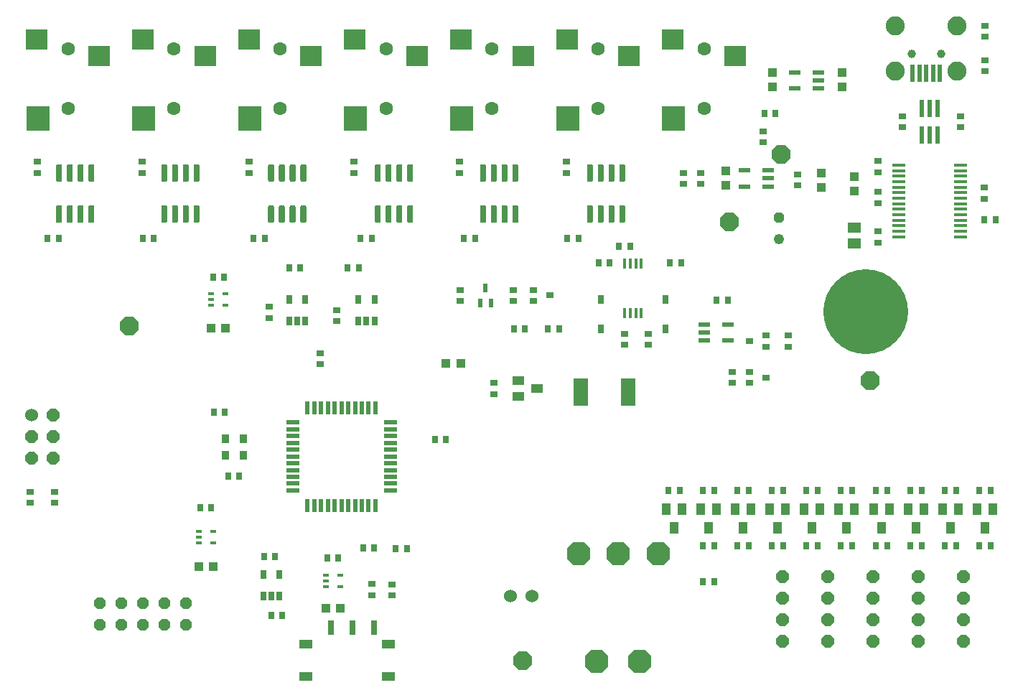
<source format=gbr>
G04 EAGLE Gerber RS-274X export*
G75*
%MOMM*%
%FSLAX34Y34*%
%LPD*%
%INSoldermask Top*%
%IPPOS*%
%AMOC8*
5,1,8,0,0,1.08239X$1,22.5*%
G01*
%ADD10C,10.000000*%
%ADD11P,1.649562X8X112.500000*%
%ADD12R,0.700000X0.900000*%
%ADD13R,0.900000X0.700000*%
%ADD14R,1.500000X1.300000*%
%ADD15R,0.600000X2.000000*%
%ADD16R,0.500000X2.000000*%
%ADD17C,2.250000*%
%ADD18C,1.000000*%
%ADD19R,1.000000X1.400000*%
%ADD20R,1.000000X1.100000*%
%ADD21R,1.408000X0.600000*%
%ADD22P,2.336880X8X22.500000*%
%ADD23P,1.484606X8X202.500000*%
%ADD24R,1.500000X0.400000*%
%ADD25R,0.690000X0.990000*%
%ADD26R,2.550000X2.400000*%
%ADD27R,2.750000X2.900000*%
%ADD28C,1.600000*%
%ADD29R,0.550000X1.550000*%
%ADD30R,1.550000X0.550000*%
%ADD31R,0.900000X1.100000*%
%ADD32C,1.524000*%
%ADD33P,1.649562X8X292.500000*%
%ADD34R,0.600000X1.000000*%
%ADD35P,2.336880X8X202.500000*%
%ADD36R,0.700000X1.700000*%
%ADD37R,1.550000X1.100000*%
%ADD38R,0.700000X0.400000*%
%ADD39R,1.400000X1.000000*%
%ADD40R,1.800000X3.200000*%
%ADD41P,1.319650X8X112.500000*%
%ADD42C,1.219200*%
%ADD43P,3.010451X8X112.500000*%
%ADD44R,0.783900X1.127200*%
%ADD45R,0.350000X1.200000*%

G36*
X146966Y603872D02*
X146966Y603872D01*
X146973Y603877D01*
X146977Y603873D01*
X147236Y603935D01*
X147240Y603940D01*
X147244Y603937D01*
X147491Y604039D01*
X147494Y604045D01*
X147498Y604043D01*
X147725Y604183D01*
X147727Y604188D01*
X147731Y604188D01*
X147934Y604361D01*
X147935Y604366D01*
X147940Y604366D01*
X148113Y604569D01*
X148113Y604575D01*
X148117Y604575D01*
X148257Y604802D01*
X148256Y604808D01*
X148261Y604809D01*
X148363Y605056D01*
X148361Y605062D01*
X148365Y605064D01*
X148427Y605323D01*
X148425Y605328D01*
X148428Y605330D01*
X148449Y605596D01*
X148447Y605599D01*
X148449Y605600D01*
X148449Y622900D01*
X148447Y622902D01*
X148449Y622904D01*
X148428Y623170D01*
X148424Y623174D01*
X148427Y623177D01*
X148365Y623436D01*
X148360Y623440D01*
X148363Y623444D01*
X148261Y623691D01*
X148255Y623694D01*
X148257Y623698D01*
X148117Y623925D01*
X148112Y623927D01*
X148113Y623931D01*
X147940Y624134D01*
X147934Y624135D01*
X147934Y624140D01*
X147731Y624313D01*
X147725Y624313D01*
X147725Y624317D01*
X147498Y624457D01*
X147492Y624456D01*
X147491Y624461D01*
X147244Y624563D01*
X147238Y624561D01*
X147236Y624565D01*
X146977Y624627D01*
X146972Y624625D01*
X146970Y624628D01*
X146704Y624649D01*
X146701Y624647D01*
X146700Y624649D01*
X143134Y624628D01*
X143127Y624623D01*
X143123Y624627D01*
X142864Y624565D01*
X142860Y624560D01*
X142856Y624563D01*
X142609Y624461D01*
X142606Y624455D01*
X142602Y624457D01*
X142375Y624317D01*
X142373Y624312D01*
X142369Y624313D01*
X142166Y624140D01*
X142165Y624134D01*
X142161Y624134D01*
X141988Y623931D01*
X141987Y623925D01*
X141983Y623925D01*
X141843Y623698D01*
X141844Y623692D01*
X141839Y623691D01*
X141737Y623444D01*
X141739Y623438D01*
X141735Y623436D01*
X141673Y623177D01*
X141675Y623172D01*
X141672Y623170D01*
X141651Y622904D01*
X141653Y622901D01*
X141651Y622900D01*
X141651Y605600D01*
X141653Y605598D01*
X141651Y605596D01*
X141672Y605330D01*
X141676Y605326D01*
X141673Y605323D01*
X141735Y605064D01*
X141740Y605060D01*
X141737Y605056D01*
X141839Y604809D01*
X141845Y604806D01*
X141843Y604802D01*
X141983Y604575D01*
X141988Y604573D01*
X141988Y604569D01*
X142161Y604366D01*
X142166Y604365D01*
X142166Y604361D01*
X142369Y604188D01*
X142375Y604187D01*
X142375Y604183D01*
X142602Y604043D01*
X142608Y604044D01*
X142609Y604039D01*
X142856Y603937D01*
X142862Y603939D01*
X142864Y603935D01*
X143123Y603873D01*
X143128Y603875D01*
X143130Y603872D01*
X143396Y603851D01*
X143399Y603853D01*
X143400Y603851D01*
X146966Y603872D01*
G37*
G36*
X497566Y603872D02*
X497566Y603872D01*
X497573Y603877D01*
X497577Y603873D01*
X497836Y603935D01*
X497840Y603940D01*
X497844Y603937D01*
X498091Y604039D01*
X498094Y604045D01*
X498098Y604043D01*
X498325Y604183D01*
X498327Y604188D01*
X498331Y604188D01*
X498534Y604361D01*
X498535Y604366D01*
X498540Y604366D01*
X498713Y604569D01*
X498713Y604575D01*
X498717Y604575D01*
X498857Y604802D01*
X498856Y604808D01*
X498861Y604809D01*
X498963Y605056D01*
X498961Y605062D01*
X498965Y605064D01*
X499027Y605323D01*
X499025Y605328D01*
X499028Y605330D01*
X499049Y605596D01*
X499047Y605599D01*
X499049Y605600D01*
X499049Y622900D01*
X499047Y622902D01*
X499049Y622904D01*
X499028Y623170D01*
X499024Y623174D01*
X499027Y623177D01*
X498965Y623436D01*
X498960Y623440D01*
X498963Y623444D01*
X498861Y623691D01*
X498855Y623694D01*
X498857Y623698D01*
X498717Y623925D01*
X498712Y623927D01*
X498713Y623931D01*
X498540Y624134D01*
X498534Y624135D01*
X498534Y624140D01*
X498331Y624313D01*
X498325Y624313D01*
X498325Y624317D01*
X498098Y624457D01*
X498092Y624456D01*
X498091Y624461D01*
X497844Y624563D01*
X497838Y624561D01*
X497836Y624565D01*
X497577Y624627D01*
X497572Y624625D01*
X497570Y624628D01*
X497304Y624649D01*
X497301Y624647D01*
X497300Y624649D01*
X493734Y624628D01*
X493727Y624623D01*
X493723Y624627D01*
X493464Y624565D01*
X493460Y624560D01*
X493456Y624563D01*
X493209Y624461D01*
X493206Y624455D01*
X493202Y624457D01*
X492975Y624317D01*
X492973Y624312D01*
X492969Y624313D01*
X492766Y624140D01*
X492765Y624134D01*
X492761Y624134D01*
X492588Y623931D01*
X492587Y623925D01*
X492583Y623925D01*
X492443Y623698D01*
X492444Y623692D01*
X492439Y623691D01*
X492337Y623444D01*
X492339Y623438D01*
X492335Y623436D01*
X492273Y623177D01*
X492275Y623172D01*
X492272Y623170D01*
X492251Y622904D01*
X492253Y622901D01*
X492251Y622900D01*
X492251Y605600D01*
X492253Y605598D01*
X492251Y605596D01*
X492272Y605330D01*
X492276Y605326D01*
X492273Y605323D01*
X492335Y605064D01*
X492340Y605060D01*
X492337Y605056D01*
X492439Y604809D01*
X492445Y604806D01*
X492443Y604802D01*
X492583Y604575D01*
X492588Y604573D01*
X492588Y604569D01*
X492761Y604366D01*
X492766Y604365D01*
X492766Y604361D01*
X492969Y604188D01*
X492975Y604187D01*
X492975Y604183D01*
X493202Y604043D01*
X493208Y604044D01*
X493209Y604039D01*
X493456Y603937D01*
X493462Y603939D01*
X493464Y603935D01*
X493723Y603873D01*
X493728Y603875D01*
X493730Y603872D01*
X493996Y603851D01*
X493999Y603853D01*
X494000Y603851D01*
X497566Y603872D01*
G37*
G36*
X358866Y603872D02*
X358866Y603872D01*
X358873Y603877D01*
X358877Y603873D01*
X359136Y603935D01*
X359140Y603940D01*
X359144Y603937D01*
X359391Y604039D01*
X359394Y604045D01*
X359398Y604043D01*
X359625Y604183D01*
X359627Y604188D01*
X359631Y604188D01*
X359834Y604361D01*
X359835Y604366D01*
X359840Y604366D01*
X360013Y604569D01*
X360013Y604575D01*
X360017Y604575D01*
X360157Y604802D01*
X360156Y604808D01*
X360161Y604809D01*
X360263Y605056D01*
X360261Y605062D01*
X360265Y605064D01*
X360327Y605323D01*
X360325Y605328D01*
X360328Y605330D01*
X360349Y605596D01*
X360347Y605599D01*
X360349Y605600D01*
X360349Y622900D01*
X360347Y622902D01*
X360349Y622904D01*
X360328Y623170D01*
X360324Y623174D01*
X360327Y623177D01*
X360265Y623436D01*
X360260Y623440D01*
X360263Y623444D01*
X360161Y623691D01*
X360155Y623694D01*
X360157Y623698D01*
X360017Y623925D01*
X360012Y623927D01*
X360013Y623931D01*
X359840Y624134D01*
X359834Y624135D01*
X359834Y624140D01*
X359631Y624313D01*
X359625Y624313D01*
X359625Y624317D01*
X359398Y624457D01*
X359392Y624456D01*
X359391Y624461D01*
X359144Y624563D01*
X359138Y624561D01*
X359136Y624565D01*
X358877Y624627D01*
X358872Y624625D01*
X358870Y624628D01*
X358604Y624649D01*
X358601Y624647D01*
X358600Y624649D01*
X355034Y624628D01*
X355027Y624623D01*
X355023Y624627D01*
X354764Y624565D01*
X354760Y624560D01*
X354756Y624563D01*
X354509Y624461D01*
X354506Y624455D01*
X354502Y624457D01*
X354275Y624317D01*
X354273Y624312D01*
X354269Y624313D01*
X354066Y624140D01*
X354065Y624134D01*
X354061Y624134D01*
X353888Y623931D01*
X353887Y623925D01*
X353883Y623925D01*
X353743Y623698D01*
X353744Y623692D01*
X353739Y623691D01*
X353637Y623444D01*
X353639Y623438D01*
X353635Y623436D01*
X353573Y623177D01*
X353575Y623172D01*
X353572Y623170D01*
X353551Y622904D01*
X353553Y622901D01*
X353551Y622900D01*
X353551Y605600D01*
X353553Y605598D01*
X353551Y605596D01*
X353572Y605330D01*
X353576Y605326D01*
X353573Y605323D01*
X353635Y605064D01*
X353640Y605060D01*
X353637Y605056D01*
X353739Y604809D01*
X353745Y604806D01*
X353743Y604802D01*
X353883Y604575D01*
X353888Y604573D01*
X353888Y604569D01*
X354061Y604366D01*
X354066Y604365D01*
X354066Y604361D01*
X354269Y604188D01*
X354275Y604187D01*
X354275Y604183D01*
X354502Y604043D01*
X354508Y604044D01*
X354509Y604039D01*
X354756Y603937D01*
X354762Y603939D01*
X354764Y603935D01*
X355023Y603873D01*
X355028Y603875D01*
X355030Y603872D01*
X355296Y603851D01*
X355299Y603853D01*
X355300Y603851D01*
X358866Y603872D01*
G37*
G36*
X734866Y603872D02*
X734866Y603872D01*
X734873Y603877D01*
X734877Y603873D01*
X735136Y603935D01*
X735140Y603940D01*
X735144Y603937D01*
X735391Y604039D01*
X735394Y604045D01*
X735398Y604043D01*
X735625Y604183D01*
X735627Y604188D01*
X735631Y604188D01*
X735834Y604361D01*
X735835Y604366D01*
X735840Y604366D01*
X736013Y604569D01*
X736013Y604575D01*
X736017Y604575D01*
X736157Y604802D01*
X736156Y604808D01*
X736161Y604809D01*
X736263Y605056D01*
X736261Y605062D01*
X736265Y605064D01*
X736327Y605323D01*
X736325Y605328D01*
X736328Y605330D01*
X736349Y605596D01*
X736347Y605599D01*
X736349Y605600D01*
X736349Y622900D01*
X736347Y622902D01*
X736349Y622904D01*
X736328Y623170D01*
X736324Y623174D01*
X736327Y623177D01*
X736265Y623436D01*
X736260Y623440D01*
X736263Y623444D01*
X736161Y623691D01*
X736155Y623694D01*
X736157Y623698D01*
X736017Y623925D01*
X736012Y623927D01*
X736013Y623931D01*
X735840Y624134D01*
X735834Y624135D01*
X735834Y624140D01*
X735631Y624313D01*
X735625Y624313D01*
X735625Y624317D01*
X735398Y624457D01*
X735392Y624456D01*
X735391Y624461D01*
X735144Y624563D01*
X735138Y624561D01*
X735136Y624565D01*
X734877Y624627D01*
X734872Y624625D01*
X734870Y624628D01*
X734604Y624649D01*
X734601Y624647D01*
X734600Y624649D01*
X731034Y624628D01*
X731027Y624623D01*
X731023Y624627D01*
X730764Y624565D01*
X730760Y624560D01*
X730756Y624563D01*
X730509Y624461D01*
X730506Y624455D01*
X730502Y624457D01*
X730275Y624317D01*
X730273Y624312D01*
X730269Y624313D01*
X730066Y624140D01*
X730065Y624134D01*
X730061Y624134D01*
X729888Y623931D01*
X729887Y623925D01*
X729883Y623925D01*
X729743Y623698D01*
X729744Y623692D01*
X729739Y623691D01*
X729637Y623444D01*
X729639Y623438D01*
X729635Y623436D01*
X729573Y623177D01*
X729575Y623172D01*
X729572Y623170D01*
X729551Y622904D01*
X729553Y622901D01*
X729551Y622900D01*
X729551Y605600D01*
X729553Y605598D01*
X729551Y605596D01*
X729572Y605330D01*
X729576Y605326D01*
X729573Y605323D01*
X729635Y605064D01*
X729640Y605060D01*
X729637Y605056D01*
X729739Y604809D01*
X729745Y604806D01*
X729743Y604802D01*
X729883Y604575D01*
X729888Y604573D01*
X729888Y604569D01*
X730061Y604366D01*
X730066Y604365D01*
X730066Y604361D01*
X730269Y604188D01*
X730275Y604187D01*
X730275Y604183D01*
X730502Y604043D01*
X730508Y604044D01*
X730509Y604039D01*
X730756Y603937D01*
X730762Y603939D01*
X730764Y603935D01*
X731023Y603873D01*
X731028Y603875D01*
X731030Y603872D01*
X731296Y603851D01*
X731299Y603853D01*
X731300Y603851D01*
X734866Y603872D01*
G37*
G36*
X484866Y603872D02*
X484866Y603872D01*
X484873Y603877D01*
X484877Y603873D01*
X485136Y603935D01*
X485140Y603940D01*
X485144Y603937D01*
X485391Y604039D01*
X485394Y604045D01*
X485398Y604043D01*
X485625Y604183D01*
X485627Y604188D01*
X485631Y604188D01*
X485834Y604361D01*
X485835Y604366D01*
X485840Y604366D01*
X486013Y604569D01*
X486013Y604575D01*
X486017Y604575D01*
X486157Y604802D01*
X486156Y604808D01*
X486161Y604809D01*
X486263Y605056D01*
X486261Y605062D01*
X486265Y605064D01*
X486327Y605323D01*
X486325Y605328D01*
X486328Y605330D01*
X486349Y605596D01*
X486347Y605599D01*
X486349Y605600D01*
X486349Y622900D01*
X486347Y622902D01*
X486349Y622904D01*
X486328Y623170D01*
X486324Y623174D01*
X486327Y623177D01*
X486265Y623436D01*
X486260Y623440D01*
X486263Y623444D01*
X486161Y623691D01*
X486155Y623694D01*
X486157Y623698D01*
X486017Y623925D01*
X486012Y623927D01*
X486013Y623931D01*
X485840Y624134D01*
X485834Y624135D01*
X485834Y624140D01*
X485631Y624313D01*
X485625Y624313D01*
X485625Y624317D01*
X485398Y624457D01*
X485392Y624456D01*
X485391Y624461D01*
X485144Y624563D01*
X485138Y624561D01*
X485136Y624565D01*
X484877Y624627D01*
X484872Y624625D01*
X484870Y624628D01*
X484604Y624649D01*
X484601Y624647D01*
X484600Y624649D01*
X481034Y624628D01*
X481027Y624623D01*
X481023Y624627D01*
X480764Y624565D01*
X480760Y624560D01*
X480756Y624563D01*
X480509Y624461D01*
X480506Y624455D01*
X480502Y624457D01*
X480275Y624317D01*
X480273Y624312D01*
X480269Y624313D01*
X480066Y624140D01*
X480065Y624134D01*
X480061Y624134D01*
X479888Y623931D01*
X479887Y623925D01*
X479883Y623925D01*
X479743Y623698D01*
X479744Y623692D01*
X479739Y623691D01*
X479637Y623444D01*
X479639Y623438D01*
X479635Y623436D01*
X479573Y623177D01*
X479575Y623172D01*
X479572Y623170D01*
X479551Y622904D01*
X479553Y622901D01*
X479551Y622900D01*
X479551Y605600D01*
X479553Y605598D01*
X479551Y605596D01*
X479572Y605330D01*
X479576Y605326D01*
X479573Y605323D01*
X479635Y605064D01*
X479640Y605060D01*
X479637Y605056D01*
X479739Y604809D01*
X479745Y604806D01*
X479743Y604802D01*
X479883Y604575D01*
X479888Y604573D01*
X479888Y604569D01*
X480061Y604366D01*
X480066Y604365D01*
X480066Y604361D01*
X480269Y604188D01*
X480275Y604187D01*
X480275Y604183D01*
X480502Y604043D01*
X480508Y604044D01*
X480509Y604039D01*
X480756Y603937D01*
X480762Y603939D01*
X480764Y603935D01*
X481023Y603873D01*
X481028Y603875D01*
X481030Y603872D01*
X481296Y603851D01*
X481299Y603853D01*
X481300Y603851D01*
X484866Y603872D01*
G37*
G36*
X245566Y603872D02*
X245566Y603872D01*
X245573Y603877D01*
X245577Y603873D01*
X245836Y603935D01*
X245840Y603940D01*
X245844Y603937D01*
X246091Y604039D01*
X246094Y604045D01*
X246098Y604043D01*
X246325Y604183D01*
X246327Y604188D01*
X246331Y604188D01*
X246534Y604361D01*
X246535Y604366D01*
X246540Y604366D01*
X246713Y604569D01*
X246713Y604575D01*
X246717Y604575D01*
X246857Y604802D01*
X246856Y604808D01*
X246861Y604809D01*
X246963Y605056D01*
X246961Y605062D01*
X246965Y605064D01*
X247027Y605323D01*
X247025Y605328D01*
X247028Y605330D01*
X247049Y605596D01*
X247047Y605599D01*
X247049Y605600D01*
X247049Y622900D01*
X247047Y622902D01*
X247049Y622904D01*
X247028Y623170D01*
X247024Y623174D01*
X247027Y623177D01*
X246965Y623436D01*
X246960Y623440D01*
X246963Y623444D01*
X246861Y623691D01*
X246855Y623694D01*
X246857Y623698D01*
X246717Y623925D01*
X246712Y623927D01*
X246713Y623931D01*
X246540Y624134D01*
X246534Y624135D01*
X246534Y624140D01*
X246331Y624313D01*
X246325Y624313D01*
X246325Y624317D01*
X246098Y624457D01*
X246092Y624456D01*
X246091Y624461D01*
X245844Y624563D01*
X245838Y624561D01*
X245836Y624565D01*
X245577Y624627D01*
X245572Y624625D01*
X245570Y624628D01*
X245304Y624649D01*
X245301Y624647D01*
X245300Y624649D01*
X241734Y624628D01*
X241727Y624623D01*
X241723Y624627D01*
X241464Y624565D01*
X241460Y624560D01*
X241456Y624563D01*
X241209Y624461D01*
X241206Y624455D01*
X241202Y624457D01*
X240975Y624317D01*
X240973Y624312D01*
X240969Y624313D01*
X240766Y624140D01*
X240765Y624134D01*
X240761Y624134D01*
X240588Y623931D01*
X240587Y623925D01*
X240583Y623925D01*
X240443Y623698D01*
X240444Y623692D01*
X240439Y623691D01*
X240337Y623444D01*
X240339Y623438D01*
X240335Y623436D01*
X240273Y623177D01*
X240275Y623172D01*
X240272Y623170D01*
X240251Y622904D01*
X240253Y622901D01*
X240251Y622900D01*
X240251Y605600D01*
X240253Y605598D01*
X240251Y605596D01*
X240272Y605330D01*
X240276Y605326D01*
X240273Y605323D01*
X240335Y605064D01*
X240340Y605060D01*
X240337Y605056D01*
X240439Y604809D01*
X240445Y604806D01*
X240443Y604802D01*
X240583Y604575D01*
X240588Y604573D01*
X240588Y604569D01*
X240761Y604366D01*
X240766Y604365D01*
X240766Y604361D01*
X240969Y604188D01*
X240975Y604187D01*
X240975Y604183D01*
X241202Y604043D01*
X241208Y604044D01*
X241209Y604039D01*
X241456Y603937D01*
X241462Y603939D01*
X241464Y603935D01*
X241723Y603873D01*
X241728Y603875D01*
X241730Y603872D01*
X241996Y603851D01*
X241999Y603853D01*
X242000Y603851D01*
X245566Y603872D01*
G37*
G36*
X134266Y603872D02*
X134266Y603872D01*
X134273Y603877D01*
X134277Y603873D01*
X134536Y603935D01*
X134540Y603940D01*
X134544Y603937D01*
X134791Y604039D01*
X134794Y604045D01*
X134798Y604043D01*
X135025Y604183D01*
X135027Y604188D01*
X135031Y604188D01*
X135234Y604361D01*
X135235Y604366D01*
X135240Y604366D01*
X135413Y604569D01*
X135413Y604575D01*
X135417Y604575D01*
X135557Y604802D01*
X135556Y604808D01*
X135561Y604809D01*
X135663Y605056D01*
X135661Y605062D01*
X135665Y605064D01*
X135727Y605323D01*
X135725Y605328D01*
X135728Y605330D01*
X135749Y605596D01*
X135747Y605599D01*
X135749Y605600D01*
X135749Y622900D01*
X135747Y622902D01*
X135749Y622904D01*
X135728Y623170D01*
X135724Y623174D01*
X135727Y623177D01*
X135665Y623436D01*
X135660Y623440D01*
X135663Y623444D01*
X135561Y623691D01*
X135555Y623694D01*
X135557Y623698D01*
X135417Y623925D01*
X135412Y623927D01*
X135413Y623931D01*
X135240Y624134D01*
X135234Y624135D01*
X135234Y624140D01*
X135031Y624313D01*
X135025Y624313D01*
X135025Y624317D01*
X134798Y624457D01*
X134792Y624456D01*
X134791Y624461D01*
X134544Y624563D01*
X134538Y624561D01*
X134536Y624565D01*
X134277Y624627D01*
X134272Y624625D01*
X134270Y624628D01*
X134004Y624649D01*
X134001Y624647D01*
X134000Y624649D01*
X130434Y624628D01*
X130427Y624623D01*
X130423Y624627D01*
X130164Y624565D01*
X130160Y624560D01*
X130156Y624563D01*
X129909Y624461D01*
X129906Y624455D01*
X129902Y624457D01*
X129675Y624317D01*
X129673Y624312D01*
X129669Y624313D01*
X129466Y624140D01*
X129465Y624134D01*
X129461Y624134D01*
X129288Y623931D01*
X129287Y623925D01*
X129283Y623925D01*
X129143Y623698D01*
X129144Y623692D01*
X129139Y623691D01*
X129037Y623444D01*
X129039Y623438D01*
X129035Y623436D01*
X128973Y623177D01*
X128975Y623172D01*
X128972Y623170D01*
X128951Y622904D01*
X128953Y622901D01*
X128951Y622900D01*
X128951Y605600D01*
X128953Y605598D01*
X128951Y605596D01*
X128972Y605330D01*
X128976Y605326D01*
X128973Y605323D01*
X129035Y605064D01*
X129040Y605060D01*
X129037Y605056D01*
X129139Y604809D01*
X129145Y604806D01*
X129143Y604802D01*
X129283Y604575D01*
X129288Y604573D01*
X129288Y604569D01*
X129461Y604366D01*
X129466Y604365D01*
X129466Y604361D01*
X129669Y604188D01*
X129675Y604187D01*
X129675Y604183D01*
X129902Y604043D01*
X129908Y604044D01*
X129909Y604039D01*
X130156Y603937D01*
X130162Y603939D01*
X130164Y603935D01*
X130423Y603873D01*
X130428Y603875D01*
X130430Y603872D01*
X130696Y603851D01*
X130699Y603853D01*
X130700Y603851D01*
X134266Y603872D01*
G37*
G36*
X772966Y603872D02*
X772966Y603872D01*
X772973Y603877D01*
X772977Y603873D01*
X773236Y603935D01*
X773240Y603940D01*
X773244Y603937D01*
X773491Y604039D01*
X773494Y604045D01*
X773498Y604043D01*
X773725Y604183D01*
X773727Y604188D01*
X773731Y604188D01*
X773934Y604361D01*
X773935Y604366D01*
X773940Y604366D01*
X774113Y604569D01*
X774113Y604575D01*
X774117Y604575D01*
X774257Y604802D01*
X774256Y604808D01*
X774261Y604809D01*
X774363Y605056D01*
X774361Y605062D01*
X774365Y605064D01*
X774427Y605323D01*
X774425Y605328D01*
X774428Y605330D01*
X774449Y605596D01*
X774447Y605599D01*
X774449Y605600D01*
X774449Y622900D01*
X774447Y622902D01*
X774449Y622904D01*
X774428Y623170D01*
X774424Y623174D01*
X774427Y623177D01*
X774365Y623436D01*
X774360Y623440D01*
X774363Y623444D01*
X774261Y623691D01*
X774255Y623694D01*
X774257Y623698D01*
X774117Y623925D01*
X774112Y623927D01*
X774113Y623931D01*
X773940Y624134D01*
X773934Y624135D01*
X773934Y624140D01*
X773731Y624313D01*
X773725Y624313D01*
X773725Y624317D01*
X773498Y624457D01*
X773492Y624456D01*
X773491Y624461D01*
X773244Y624563D01*
X773238Y624561D01*
X773236Y624565D01*
X772977Y624627D01*
X772972Y624625D01*
X772970Y624628D01*
X772704Y624649D01*
X772701Y624647D01*
X772700Y624649D01*
X769134Y624628D01*
X769127Y624623D01*
X769123Y624627D01*
X768864Y624565D01*
X768860Y624560D01*
X768856Y624563D01*
X768609Y624461D01*
X768606Y624455D01*
X768602Y624457D01*
X768375Y624317D01*
X768373Y624312D01*
X768369Y624313D01*
X768166Y624140D01*
X768165Y624134D01*
X768161Y624134D01*
X767988Y623931D01*
X767987Y623925D01*
X767983Y623925D01*
X767843Y623698D01*
X767844Y623692D01*
X767839Y623691D01*
X767737Y623444D01*
X767739Y623438D01*
X767735Y623436D01*
X767673Y623177D01*
X767675Y623172D01*
X767672Y623170D01*
X767651Y622904D01*
X767653Y622901D01*
X767651Y622900D01*
X767651Y605600D01*
X767653Y605598D01*
X767651Y605596D01*
X767672Y605330D01*
X767676Y605326D01*
X767673Y605323D01*
X767735Y605064D01*
X767740Y605060D01*
X767737Y605056D01*
X767839Y604809D01*
X767845Y604806D01*
X767843Y604802D01*
X767983Y604575D01*
X767988Y604573D01*
X767988Y604569D01*
X768161Y604366D01*
X768166Y604365D01*
X768166Y604361D01*
X768369Y604188D01*
X768375Y604187D01*
X768375Y604183D01*
X768602Y604043D01*
X768608Y604044D01*
X768609Y604039D01*
X768856Y603937D01*
X768862Y603939D01*
X768864Y603935D01*
X769123Y603873D01*
X769128Y603875D01*
X769130Y603872D01*
X769396Y603851D01*
X769399Y603853D01*
X769400Y603851D01*
X772966Y603872D01*
G37*
G36*
X747566Y603872D02*
X747566Y603872D01*
X747573Y603877D01*
X747577Y603873D01*
X747836Y603935D01*
X747840Y603940D01*
X747844Y603937D01*
X748091Y604039D01*
X748094Y604045D01*
X748098Y604043D01*
X748325Y604183D01*
X748327Y604188D01*
X748331Y604188D01*
X748534Y604361D01*
X748535Y604366D01*
X748540Y604366D01*
X748713Y604569D01*
X748713Y604575D01*
X748717Y604575D01*
X748857Y604802D01*
X748856Y604808D01*
X748861Y604809D01*
X748963Y605056D01*
X748961Y605062D01*
X748965Y605064D01*
X749027Y605323D01*
X749025Y605328D01*
X749028Y605330D01*
X749049Y605596D01*
X749047Y605599D01*
X749049Y605600D01*
X749049Y622900D01*
X749047Y622902D01*
X749049Y622904D01*
X749028Y623170D01*
X749024Y623174D01*
X749027Y623177D01*
X748965Y623436D01*
X748960Y623440D01*
X748963Y623444D01*
X748861Y623691D01*
X748855Y623694D01*
X748857Y623698D01*
X748717Y623925D01*
X748712Y623927D01*
X748713Y623931D01*
X748540Y624134D01*
X748534Y624135D01*
X748534Y624140D01*
X748331Y624313D01*
X748325Y624313D01*
X748325Y624317D01*
X748098Y624457D01*
X748092Y624456D01*
X748091Y624461D01*
X747844Y624563D01*
X747838Y624561D01*
X747836Y624565D01*
X747577Y624627D01*
X747572Y624625D01*
X747570Y624628D01*
X747304Y624649D01*
X747301Y624647D01*
X747300Y624649D01*
X743734Y624628D01*
X743727Y624623D01*
X743723Y624627D01*
X743464Y624565D01*
X743460Y624560D01*
X743456Y624563D01*
X743209Y624461D01*
X743206Y624455D01*
X743202Y624457D01*
X742975Y624317D01*
X742973Y624312D01*
X742969Y624313D01*
X742766Y624140D01*
X742765Y624134D01*
X742761Y624134D01*
X742588Y623931D01*
X742587Y623925D01*
X742583Y623925D01*
X742443Y623698D01*
X742444Y623692D01*
X742439Y623691D01*
X742337Y623444D01*
X742339Y623438D01*
X742335Y623436D01*
X742273Y623177D01*
X742275Y623172D01*
X742272Y623170D01*
X742251Y622904D01*
X742253Y622901D01*
X742251Y622900D01*
X742251Y605600D01*
X742253Y605598D01*
X742251Y605596D01*
X742272Y605330D01*
X742276Y605326D01*
X742273Y605323D01*
X742335Y605064D01*
X742340Y605060D01*
X742337Y605056D01*
X742439Y604809D01*
X742445Y604806D01*
X742443Y604802D01*
X742583Y604575D01*
X742588Y604573D01*
X742588Y604569D01*
X742761Y604366D01*
X742766Y604365D01*
X742766Y604361D01*
X742969Y604188D01*
X742975Y604187D01*
X742975Y604183D01*
X743202Y604043D01*
X743208Y604044D01*
X743209Y604039D01*
X743456Y603937D01*
X743462Y603939D01*
X743464Y603935D01*
X743723Y603873D01*
X743728Y603875D01*
X743730Y603872D01*
X743996Y603851D01*
X743999Y603853D01*
X744000Y603851D01*
X747566Y603872D01*
G37*
G36*
X108866Y603872D02*
X108866Y603872D01*
X108873Y603877D01*
X108877Y603873D01*
X109136Y603935D01*
X109140Y603940D01*
X109144Y603937D01*
X109391Y604039D01*
X109394Y604045D01*
X109398Y604043D01*
X109625Y604183D01*
X109627Y604188D01*
X109631Y604188D01*
X109834Y604361D01*
X109835Y604366D01*
X109840Y604366D01*
X110013Y604569D01*
X110013Y604575D01*
X110017Y604575D01*
X110157Y604802D01*
X110156Y604808D01*
X110161Y604809D01*
X110263Y605056D01*
X110261Y605062D01*
X110265Y605064D01*
X110327Y605323D01*
X110325Y605328D01*
X110328Y605330D01*
X110349Y605596D01*
X110347Y605599D01*
X110349Y605600D01*
X110349Y622900D01*
X110347Y622902D01*
X110349Y622904D01*
X110328Y623170D01*
X110324Y623174D01*
X110327Y623177D01*
X110265Y623436D01*
X110260Y623440D01*
X110263Y623444D01*
X110161Y623691D01*
X110155Y623694D01*
X110157Y623698D01*
X110017Y623925D01*
X110012Y623927D01*
X110013Y623931D01*
X109840Y624134D01*
X109834Y624135D01*
X109834Y624140D01*
X109631Y624313D01*
X109625Y624313D01*
X109625Y624317D01*
X109398Y624457D01*
X109392Y624456D01*
X109391Y624461D01*
X109144Y624563D01*
X109138Y624561D01*
X109136Y624565D01*
X108877Y624627D01*
X108872Y624625D01*
X108870Y624628D01*
X108604Y624649D01*
X108601Y624647D01*
X108600Y624649D01*
X105034Y624628D01*
X105027Y624623D01*
X105023Y624627D01*
X104764Y624565D01*
X104760Y624560D01*
X104756Y624563D01*
X104509Y624461D01*
X104506Y624455D01*
X104502Y624457D01*
X104275Y624317D01*
X104273Y624312D01*
X104269Y624313D01*
X104066Y624140D01*
X104065Y624134D01*
X104061Y624134D01*
X103888Y623931D01*
X103887Y623925D01*
X103883Y623925D01*
X103743Y623698D01*
X103744Y623692D01*
X103739Y623691D01*
X103637Y623444D01*
X103639Y623438D01*
X103635Y623436D01*
X103573Y623177D01*
X103575Y623172D01*
X103572Y623170D01*
X103551Y622904D01*
X103553Y622901D01*
X103551Y622900D01*
X103551Y605600D01*
X103553Y605598D01*
X103551Y605596D01*
X103572Y605330D01*
X103576Y605326D01*
X103573Y605323D01*
X103635Y605064D01*
X103640Y605060D01*
X103637Y605056D01*
X103739Y604809D01*
X103745Y604806D01*
X103743Y604802D01*
X103883Y604575D01*
X103888Y604573D01*
X103888Y604569D01*
X104061Y604366D01*
X104066Y604365D01*
X104066Y604361D01*
X104269Y604188D01*
X104275Y604187D01*
X104275Y604183D01*
X104502Y604043D01*
X104508Y604044D01*
X104509Y604039D01*
X104756Y603937D01*
X104762Y603939D01*
X104764Y603935D01*
X105023Y603873D01*
X105028Y603875D01*
X105030Y603872D01*
X105296Y603851D01*
X105299Y603853D01*
X105300Y603851D01*
X108866Y603872D01*
G37*
G36*
X760266Y603872D02*
X760266Y603872D01*
X760273Y603877D01*
X760277Y603873D01*
X760536Y603935D01*
X760540Y603940D01*
X760544Y603937D01*
X760791Y604039D01*
X760794Y604045D01*
X760798Y604043D01*
X761025Y604183D01*
X761027Y604188D01*
X761031Y604188D01*
X761234Y604361D01*
X761235Y604366D01*
X761240Y604366D01*
X761413Y604569D01*
X761413Y604575D01*
X761417Y604575D01*
X761557Y604802D01*
X761556Y604808D01*
X761561Y604809D01*
X761663Y605056D01*
X761661Y605062D01*
X761665Y605064D01*
X761727Y605323D01*
X761725Y605328D01*
X761728Y605330D01*
X761749Y605596D01*
X761747Y605599D01*
X761749Y605600D01*
X761749Y622900D01*
X761747Y622902D01*
X761749Y622904D01*
X761728Y623170D01*
X761724Y623174D01*
X761727Y623177D01*
X761665Y623436D01*
X761660Y623440D01*
X761663Y623444D01*
X761561Y623691D01*
X761555Y623694D01*
X761557Y623698D01*
X761417Y623925D01*
X761412Y623927D01*
X761413Y623931D01*
X761240Y624134D01*
X761234Y624135D01*
X761234Y624140D01*
X761031Y624313D01*
X761025Y624313D01*
X761025Y624317D01*
X760798Y624457D01*
X760792Y624456D01*
X760791Y624461D01*
X760544Y624563D01*
X760538Y624561D01*
X760536Y624565D01*
X760277Y624627D01*
X760272Y624625D01*
X760270Y624628D01*
X760004Y624649D01*
X760001Y624647D01*
X760000Y624649D01*
X756434Y624628D01*
X756427Y624623D01*
X756423Y624627D01*
X756164Y624565D01*
X756160Y624560D01*
X756156Y624563D01*
X755909Y624461D01*
X755906Y624455D01*
X755902Y624457D01*
X755675Y624317D01*
X755673Y624312D01*
X755669Y624313D01*
X755466Y624140D01*
X755465Y624134D01*
X755461Y624134D01*
X755288Y623931D01*
X755287Y623925D01*
X755283Y623925D01*
X755143Y623698D01*
X755144Y623692D01*
X755139Y623691D01*
X755037Y623444D01*
X755039Y623438D01*
X755035Y623436D01*
X754973Y623177D01*
X754975Y623172D01*
X754972Y623170D01*
X754951Y622904D01*
X754953Y622901D01*
X754951Y622900D01*
X754951Y605600D01*
X754953Y605598D01*
X754951Y605596D01*
X754972Y605330D01*
X754976Y605326D01*
X754973Y605323D01*
X755035Y605064D01*
X755040Y605060D01*
X755037Y605056D01*
X755139Y604809D01*
X755145Y604806D01*
X755143Y604802D01*
X755283Y604575D01*
X755288Y604573D01*
X755288Y604569D01*
X755461Y604366D01*
X755466Y604365D01*
X755466Y604361D01*
X755669Y604188D01*
X755675Y604187D01*
X755675Y604183D01*
X755902Y604043D01*
X755908Y604044D01*
X755909Y604039D01*
X756156Y603937D01*
X756162Y603939D01*
X756164Y603935D01*
X756423Y603873D01*
X756428Y603875D01*
X756430Y603872D01*
X756696Y603851D01*
X756699Y603853D01*
X756700Y603851D01*
X760266Y603872D01*
G37*
G36*
X608866Y603872D02*
X608866Y603872D01*
X608873Y603877D01*
X608877Y603873D01*
X609136Y603935D01*
X609140Y603940D01*
X609144Y603937D01*
X609391Y604039D01*
X609394Y604045D01*
X609398Y604043D01*
X609625Y604183D01*
X609627Y604188D01*
X609631Y604188D01*
X609834Y604361D01*
X609835Y604366D01*
X609840Y604366D01*
X610013Y604569D01*
X610013Y604575D01*
X610017Y604575D01*
X610157Y604802D01*
X610156Y604808D01*
X610161Y604809D01*
X610263Y605056D01*
X610261Y605062D01*
X610265Y605064D01*
X610327Y605323D01*
X610325Y605328D01*
X610328Y605330D01*
X610349Y605596D01*
X610347Y605599D01*
X610349Y605600D01*
X610349Y622900D01*
X610347Y622902D01*
X610349Y622904D01*
X610328Y623170D01*
X610324Y623174D01*
X610327Y623177D01*
X610265Y623436D01*
X610260Y623440D01*
X610263Y623444D01*
X610161Y623691D01*
X610155Y623694D01*
X610157Y623698D01*
X610017Y623925D01*
X610012Y623927D01*
X610013Y623931D01*
X609840Y624134D01*
X609834Y624135D01*
X609834Y624140D01*
X609631Y624313D01*
X609625Y624313D01*
X609625Y624317D01*
X609398Y624457D01*
X609392Y624456D01*
X609391Y624461D01*
X609144Y624563D01*
X609138Y624561D01*
X609136Y624565D01*
X608877Y624627D01*
X608872Y624625D01*
X608870Y624628D01*
X608604Y624649D01*
X608601Y624647D01*
X608600Y624649D01*
X605034Y624628D01*
X605027Y624623D01*
X605023Y624627D01*
X604764Y624565D01*
X604760Y624560D01*
X604756Y624563D01*
X604509Y624461D01*
X604506Y624455D01*
X604502Y624457D01*
X604275Y624317D01*
X604273Y624312D01*
X604269Y624313D01*
X604066Y624140D01*
X604065Y624134D01*
X604061Y624134D01*
X603888Y623931D01*
X603887Y623925D01*
X603883Y623925D01*
X603743Y623698D01*
X603744Y623692D01*
X603739Y623691D01*
X603637Y623444D01*
X603639Y623438D01*
X603635Y623436D01*
X603573Y623177D01*
X603575Y623172D01*
X603572Y623170D01*
X603551Y622904D01*
X603553Y622901D01*
X603551Y622900D01*
X603551Y605600D01*
X603553Y605598D01*
X603551Y605596D01*
X603572Y605330D01*
X603576Y605326D01*
X603573Y605323D01*
X603635Y605064D01*
X603640Y605060D01*
X603637Y605056D01*
X603739Y604809D01*
X603745Y604806D01*
X603743Y604802D01*
X603883Y604575D01*
X603888Y604573D01*
X603888Y604569D01*
X604061Y604366D01*
X604066Y604365D01*
X604066Y604361D01*
X604269Y604188D01*
X604275Y604187D01*
X604275Y604183D01*
X604502Y604043D01*
X604508Y604044D01*
X604509Y604039D01*
X604756Y603937D01*
X604762Y603939D01*
X604764Y603935D01*
X605023Y603873D01*
X605028Y603875D01*
X605030Y603872D01*
X605296Y603851D01*
X605299Y603853D01*
X605300Y603851D01*
X608866Y603872D01*
G37*
G36*
X121566Y603872D02*
X121566Y603872D01*
X121573Y603877D01*
X121577Y603873D01*
X121836Y603935D01*
X121840Y603940D01*
X121844Y603937D01*
X122091Y604039D01*
X122094Y604045D01*
X122098Y604043D01*
X122325Y604183D01*
X122327Y604188D01*
X122331Y604188D01*
X122534Y604361D01*
X122535Y604366D01*
X122540Y604366D01*
X122713Y604569D01*
X122713Y604575D01*
X122717Y604575D01*
X122857Y604802D01*
X122856Y604808D01*
X122861Y604809D01*
X122963Y605056D01*
X122961Y605062D01*
X122965Y605064D01*
X123027Y605323D01*
X123025Y605328D01*
X123028Y605330D01*
X123049Y605596D01*
X123047Y605599D01*
X123049Y605600D01*
X123049Y622900D01*
X123047Y622902D01*
X123049Y622904D01*
X123028Y623170D01*
X123024Y623174D01*
X123027Y623177D01*
X122965Y623436D01*
X122960Y623440D01*
X122963Y623444D01*
X122861Y623691D01*
X122855Y623694D01*
X122857Y623698D01*
X122717Y623925D01*
X122712Y623927D01*
X122713Y623931D01*
X122540Y624134D01*
X122534Y624135D01*
X122534Y624140D01*
X122331Y624313D01*
X122325Y624313D01*
X122325Y624317D01*
X122098Y624457D01*
X122092Y624456D01*
X122091Y624461D01*
X121844Y624563D01*
X121838Y624561D01*
X121836Y624565D01*
X121577Y624627D01*
X121572Y624625D01*
X121570Y624628D01*
X121304Y624649D01*
X121301Y624647D01*
X121300Y624649D01*
X117734Y624628D01*
X117727Y624623D01*
X117723Y624627D01*
X117464Y624565D01*
X117460Y624560D01*
X117456Y624563D01*
X117209Y624461D01*
X117206Y624455D01*
X117202Y624457D01*
X116975Y624317D01*
X116973Y624312D01*
X116969Y624313D01*
X116766Y624140D01*
X116765Y624134D01*
X116761Y624134D01*
X116588Y623931D01*
X116587Y623925D01*
X116583Y623925D01*
X116443Y623698D01*
X116444Y623692D01*
X116439Y623691D01*
X116337Y623444D01*
X116339Y623438D01*
X116335Y623436D01*
X116273Y623177D01*
X116275Y623172D01*
X116272Y623170D01*
X116251Y622904D01*
X116253Y622901D01*
X116251Y622900D01*
X116251Y605600D01*
X116253Y605598D01*
X116251Y605596D01*
X116272Y605330D01*
X116276Y605326D01*
X116273Y605323D01*
X116335Y605064D01*
X116340Y605060D01*
X116337Y605056D01*
X116439Y604809D01*
X116445Y604806D01*
X116443Y604802D01*
X116583Y604575D01*
X116588Y604573D01*
X116588Y604569D01*
X116761Y604366D01*
X116766Y604365D01*
X116766Y604361D01*
X116969Y604188D01*
X116975Y604187D01*
X116975Y604183D01*
X117202Y604043D01*
X117208Y604044D01*
X117209Y604039D01*
X117456Y603937D01*
X117462Y603939D01*
X117464Y603935D01*
X117723Y603873D01*
X117728Y603875D01*
X117730Y603872D01*
X117996Y603851D01*
X117999Y603853D01*
X118000Y603851D01*
X121566Y603872D01*
G37*
G36*
X510266Y603872D02*
X510266Y603872D01*
X510273Y603877D01*
X510277Y603873D01*
X510536Y603935D01*
X510540Y603940D01*
X510544Y603937D01*
X510791Y604039D01*
X510794Y604045D01*
X510798Y604043D01*
X511025Y604183D01*
X511027Y604188D01*
X511031Y604188D01*
X511234Y604361D01*
X511235Y604366D01*
X511240Y604366D01*
X511413Y604569D01*
X511413Y604575D01*
X511417Y604575D01*
X511557Y604802D01*
X511556Y604808D01*
X511561Y604809D01*
X511663Y605056D01*
X511661Y605062D01*
X511665Y605064D01*
X511727Y605323D01*
X511725Y605328D01*
X511728Y605330D01*
X511749Y605596D01*
X511747Y605599D01*
X511749Y605600D01*
X511749Y622900D01*
X511747Y622902D01*
X511749Y622904D01*
X511728Y623170D01*
X511724Y623174D01*
X511727Y623177D01*
X511665Y623436D01*
X511660Y623440D01*
X511663Y623444D01*
X511561Y623691D01*
X511555Y623694D01*
X511557Y623698D01*
X511417Y623925D01*
X511412Y623927D01*
X511413Y623931D01*
X511240Y624134D01*
X511234Y624135D01*
X511234Y624140D01*
X511031Y624313D01*
X511025Y624313D01*
X511025Y624317D01*
X510798Y624457D01*
X510792Y624456D01*
X510791Y624461D01*
X510544Y624563D01*
X510538Y624561D01*
X510536Y624565D01*
X510277Y624627D01*
X510272Y624625D01*
X510270Y624628D01*
X510004Y624649D01*
X510001Y624647D01*
X510000Y624649D01*
X506434Y624628D01*
X506427Y624623D01*
X506423Y624627D01*
X506164Y624565D01*
X506160Y624560D01*
X506156Y624563D01*
X505909Y624461D01*
X505906Y624455D01*
X505902Y624457D01*
X505675Y624317D01*
X505673Y624312D01*
X505669Y624313D01*
X505466Y624140D01*
X505465Y624134D01*
X505461Y624134D01*
X505288Y623931D01*
X505287Y623925D01*
X505283Y623925D01*
X505143Y623698D01*
X505144Y623692D01*
X505139Y623691D01*
X505037Y623444D01*
X505039Y623438D01*
X505035Y623436D01*
X504973Y623177D01*
X504975Y623172D01*
X504972Y623170D01*
X504951Y622904D01*
X504953Y622901D01*
X504951Y622900D01*
X504951Y605600D01*
X504953Y605598D01*
X504951Y605596D01*
X504972Y605330D01*
X504976Y605326D01*
X504973Y605323D01*
X505035Y605064D01*
X505040Y605060D01*
X505037Y605056D01*
X505139Y604809D01*
X505145Y604806D01*
X505143Y604802D01*
X505283Y604575D01*
X505288Y604573D01*
X505288Y604569D01*
X505461Y604366D01*
X505466Y604365D01*
X505466Y604361D01*
X505669Y604188D01*
X505675Y604187D01*
X505675Y604183D01*
X505902Y604043D01*
X505908Y604044D01*
X505909Y604039D01*
X506156Y603937D01*
X506162Y603939D01*
X506164Y603935D01*
X506423Y603873D01*
X506428Y603875D01*
X506430Y603872D01*
X506696Y603851D01*
X506699Y603853D01*
X506700Y603851D01*
X510266Y603872D01*
G37*
G36*
X384266Y603872D02*
X384266Y603872D01*
X384273Y603877D01*
X384277Y603873D01*
X384536Y603935D01*
X384540Y603940D01*
X384544Y603937D01*
X384791Y604039D01*
X384794Y604045D01*
X384798Y604043D01*
X385025Y604183D01*
X385027Y604188D01*
X385031Y604188D01*
X385234Y604361D01*
X385235Y604366D01*
X385240Y604366D01*
X385413Y604569D01*
X385413Y604575D01*
X385417Y604575D01*
X385557Y604802D01*
X385556Y604808D01*
X385561Y604809D01*
X385663Y605056D01*
X385661Y605062D01*
X385665Y605064D01*
X385727Y605323D01*
X385725Y605328D01*
X385728Y605330D01*
X385749Y605596D01*
X385747Y605599D01*
X385749Y605600D01*
X385749Y622900D01*
X385747Y622902D01*
X385749Y622904D01*
X385728Y623170D01*
X385724Y623174D01*
X385727Y623177D01*
X385665Y623436D01*
X385660Y623440D01*
X385663Y623444D01*
X385561Y623691D01*
X385555Y623694D01*
X385557Y623698D01*
X385417Y623925D01*
X385412Y623927D01*
X385413Y623931D01*
X385240Y624134D01*
X385234Y624135D01*
X385234Y624140D01*
X385031Y624313D01*
X385025Y624313D01*
X385025Y624317D01*
X384798Y624457D01*
X384792Y624456D01*
X384791Y624461D01*
X384544Y624563D01*
X384538Y624561D01*
X384536Y624565D01*
X384277Y624627D01*
X384272Y624625D01*
X384270Y624628D01*
X384004Y624649D01*
X384001Y624647D01*
X384000Y624649D01*
X380434Y624628D01*
X380427Y624623D01*
X380423Y624627D01*
X380164Y624565D01*
X380160Y624560D01*
X380156Y624563D01*
X379909Y624461D01*
X379906Y624455D01*
X379902Y624457D01*
X379675Y624317D01*
X379673Y624312D01*
X379669Y624313D01*
X379466Y624140D01*
X379465Y624134D01*
X379461Y624134D01*
X379288Y623931D01*
X379287Y623925D01*
X379283Y623925D01*
X379143Y623698D01*
X379144Y623692D01*
X379139Y623691D01*
X379037Y623444D01*
X379039Y623438D01*
X379035Y623436D01*
X378973Y623177D01*
X378975Y623172D01*
X378972Y623170D01*
X378951Y622904D01*
X378953Y622901D01*
X378951Y622900D01*
X378951Y605600D01*
X378953Y605598D01*
X378951Y605596D01*
X378972Y605330D01*
X378976Y605326D01*
X378973Y605323D01*
X379035Y605064D01*
X379040Y605060D01*
X379037Y605056D01*
X379139Y604809D01*
X379145Y604806D01*
X379143Y604802D01*
X379283Y604575D01*
X379288Y604573D01*
X379288Y604569D01*
X379461Y604366D01*
X379466Y604365D01*
X379466Y604361D01*
X379669Y604188D01*
X379675Y604187D01*
X379675Y604183D01*
X379902Y604043D01*
X379908Y604044D01*
X379909Y604039D01*
X380156Y603937D01*
X380162Y603939D01*
X380164Y603935D01*
X380423Y603873D01*
X380428Y603875D01*
X380430Y603872D01*
X380696Y603851D01*
X380699Y603853D01*
X380700Y603851D01*
X384266Y603872D01*
G37*
G36*
X621566Y603872D02*
X621566Y603872D01*
X621573Y603877D01*
X621577Y603873D01*
X621836Y603935D01*
X621840Y603940D01*
X621844Y603937D01*
X622091Y604039D01*
X622094Y604045D01*
X622098Y604043D01*
X622325Y604183D01*
X622327Y604188D01*
X622331Y604188D01*
X622534Y604361D01*
X622535Y604366D01*
X622540Y604366D01*
X622713Y604569D01*
X622713Y604575D01*
X622717Y604575D01*
X622857Y604802D01*
X622856Y604808D01*
X622861Y604809D01*
X622963Y605056D01*
X622961Y605062D01*
X622965Y605064D01*
X623027Y605323D01*
X623025Y605328D01*
X623028Y605330D01*
X623049Y605596D01*
X623047Y605599D01*
X623049Y605600D01*
X623049Y622900D01*
X623047Y622902D01*
X623049Y622904D01*
X623028Y623170D01*
X623024Y623174D01*
X623027Y623177D01*
X622965Y623436D01*
X622960Y623440D01*
X622963Y623444D01*
X622861Y623691D01*
X622855Y623694D01*
X622857Y623698D01*
X622717Y623925D01*
X622712Y623927D01*
X622713Y623931D01*
X622540Y624134D01*
X622534Y624135D01*
X622534Y624140D01*
X622331Y624313D01*
X622325Y624313D01*
X622325Y624317D01*
X622098Y624457D01*
X622092Y624456D01*
X622091Y624461D01*
X621844Y624563D01*
X621838Y624561D01*
X621836Y624565D01*
X621577Y624627D01*
X621572Y624625D01*
X621570Y624628D01*
X621304Y624649D01*
X621301Y624647D01*
X621300Y624649D01*
X617734Y624628D01*
X617727Y624623D01*
X617723Y624627D01*
X617464Y624565D01*
X617460Y624560D01*
X617456Y624563D01*
X617209Y624461D01*
X617206Y624455D01*
X617202Y624457D01*
X616975Y624317D01*
X616973Y624312D01*
X616969Y624313D01*
X616766Y624140D01*
X616765Y624134D01*
X616761Y624134D01*
X616588Y623931D01*
X616587Y623925D01*
X616583Y623925D01*
X616443Y623698D01*
X616444Y623692D01*
X616439Y623691D01*
X616337Y623444D01*
X616339Y623438D01*
X616335Y623436D01*
X616273Y623177D01*
X616275Y623172D01*
X616272Y623170D01*
X616251Y622904D01*
X616253Y622901D01*
X616251Y622900D01*
X616251Y605600D01*
X616253Y605598D01*
X616251Y605596D01*
X616272Y605330D01*
X616276Y605326D01*
X616273Y605323D01*
X616335Y605064D01*
X616340Y605060D01*
X616337Y605056D01*
X616439Y604809D01*
X616445Y604806D01*
X616443Y604802D01*
X616583Y604575D01*
X616588Y604573D01*
X616588Y604569D01*
X616761Y604366D01*
X616766Y604365D01*
X616766Y604361D01*
X616969Y604188D01*
X616975Y604187D01*
X616975Y604183D01*
X617202Y604043D01*
X617208Y604044D01*
X617209Y604039D01*
X617456Y603937D01*
X617462Y603939D01*
X617464Y603935D01*
X617723Y603873D01*
X617728Y603875D01*
X617730Y603872D01*
X617996Y603851D01*
X617999Y603853D01*
X618000Y603851D01*
X621566Y603872D01*
G37*
G36*
X522966Y603872D02*
X522966Y603872D01*
X522973Y603877D01*
X522977Y603873D01*
X523236Y603935D01*
X523240Y603940D01*
X523244Y603937D01*
X523491Y604039D01*
X523494Y604045D01*
X523498Y604043D01*
X523725Y604183D01*
X523727Y604188D01*
X523731Y604188D01*
X523934Y604361D01*
X523935Y604366D01*
X523940Y604366D01*
X524113Y604569D01*
X524113Y604575D01*
X524117Y604575D01*
X524257Y604802D01*
X524256Y604808D01*
X524261Y604809D01*
X524363Y605056D01*
X524361Y605062D01*
X524365Y605064D01*
X524427Y605323D01*
X524425Y605328D01*
X524428Y605330D01*
X524449Y605596D01*
X524447Y605599D01*
X524449Y605600D01*
X524449Y622900D01*
X524447Y622902D01*
X524449Y622904D01*
X524428Y623170D01*
X524424Y623174D01*
X524427Y623177D01*
X524365Y623436D01*
X524360Y623440D01*
X524363Y623444D01*
X524261Y623691D01*
X524255Y623694D01*
X524257Y623698D01*
X524117Y623925D01*
X524112Y623927D01*
X524113Y623931D01*
X523940Y624134D01*
X523934Y624135D01*
X523934Y624140D01*
X523731Y624313D01*
X523725Y624313D01*
X523725Y624317D01*
X523498Y624457D01*
X523492Y624456D01*
X523491Y624461D01*
X523244Y624563D01*
X523238Y624561D01*
X523236Y624565D01*
X522977Y624627D01*
X522972Y624625D01*
X522970Y624628D01*
X522704Y624649D01*
X522701Y624647D01*
X522700Y624649D01*
X519134Y624628D01*
X519127Y624623D01*
X519123Y624627D01*
X518864Y624565D01*
X518860Y624560D01*
X518856Y624563D01*
X518609Y624461D01*
X518606Y624455D01*
X518602Y624457D01*
X518375Y624317D01*
X518373Y624312D01*
X518369Y624313D01*
X518166Y624140D01*
X518165Y624134D01*
X518161Y624134D01*
X517988Y623931D01*
X517987Y623925D01*
X517983Y623925D01*
X517843Y623698D01*
X517844Y623692D01*
X517839Y623691D01*
X517737Y623444D01*
X517739Y623438D01*
X517735Y623436D01*
X517673Y623177D01*
X517675Y623172D01*
X517672Y623170D01*
X517651Y622904D01*
X517653Y622901D01*
X517651Y622900D01*
X517651Y605600D01*
X517653Y605598D01*
X517651Y605596D01*
X517672Y605330D01*
X517676Y605326D01*
X517673Y605323D01*
X517735Y605064D01*
X517740Y605060D01*
X517737Y605056D01*
X517839Y604809D01*
X517845Y604806D01*
X517843Y604802D01*
X517983Y604575D01*
X517988Y604573D01*
X517988Y604569D01*
X518161Y604366D01*
X518166Y604365D01*
X518166Y604361D01*
X518369Y604188D01*
X518375Y604187D01*
X518375Y604183D01*
X518602Y604043D01*
X518608Y604044D01*
X518609Y604039D01*
X518856Y603937D01*
X518862Y603939D01*
X518864Y603935D01*
X519123Y603873D01*
X519128Y603875D01*
X519130Y603872D01*
X519396Y603851D01*
X519399Y603853D01*
X519400Y603851D01*
X522966Y603872D01*
G37*
G36*
X270966Y603872D02*
X270966Y603872D01*
X270973Y603877D01*
X270977Y603873D01*
X271236Y603935D01*
X271240Y603940D01*
X271244Y603937D01*
X271491Y604039D01*
X271494Y604045D01*
X271498Y604043D01*
X271725Y604183D01*
X271727Y604188D01*
X271731Y604188D01*
X271934Y604361D01*
X271935Y604366D01*
X271940Y604366D01*
X272113Y604569D01*
X272113Y604575D01*
X272117Y604575D01*
X272257Y604802D01*
X272256Y604808D01*
X272261Y604809D01*
X272363Y605056D01*
X272361Y605062D01*
X272365Y605064D01*
X272427Y605323D01*
X272425Y605328D01*
X272428Y605330D01*
X272449Y605596D01*
X272447Y605599D01*
X272449Y605600D01*
X272449Y622900D01*
X272447Y622902D01*
X272449Y622904D01*
X272428Y623170D01*
X272424Y623174D01*
X272427Y623177D01*
X272365Y623436D01*
X272360Y623440D01*
X272363Y623444D01*
X272261Y623691D01*
X272255Y623694D01*
X272257Y623698D01*
X272117Y623925D01*
X272112Y623927D01*
X272113Y623931D01*
X271940Y624134D01*
X271934Y624135D01*
X271934Y624140D01*
X271731Y624313D01*
X271725Y624313D01*
X271725Y624317D01*
X271498Y624457D01*
X271492Y624456D01*
X271491Y624461D01*
X271244Y624563D01*
X271238Y624561D01*
X271236Y624565D01*
X270977Y624627D01*
X270972Y624625D01*
X270970Y624628D01*
X270704Y624649D01*
X270701Y624647D01*
X270700Y624649D01*
X267134Y624628D01*
X267127Y624623D01*
X267123Y624627D01*
X266864Y624565D01*
X266860Y624560D01*
X266856Y624563D01*
X266609Y624461D01*
X266606Y624455D01*
X266602Y624457D01*
X266375Y624317D01*
X266373Y624312D01*
X266369Y624313D01*
X266166Y624140D01*
X266165Y624134D01*
X266161Y624134D01*
X265988Y623931D01*
X265987Y623925D01*
X265983Y623925D01*
X265843Y623698D01*
X265844Y623692D01*
X265839Y623691D01*
X265737Y623444D01*
X265739Y623438D01*
X265735Y623436D01*
X265673Y623177D01*
X265675Y623172D01*
X265672Y623170D01*
X265651Y622904D01*
X265653Y622901D01*
X265651Y622900D01*
X265651Y605600D01*
X265653Y605598D01*
X265651Y605596D01*
X265672Y605330D01*
X265676Y605326D01*
X265673Y605323D01*
X265735Y605064D01*
X265740Y605060D01*
X265737Y605056D01*
X265839Y604809D01*
X265845Y604806D01*
X265843Y604802D01*
X265983Y604575D01*
X265988Y604573D01*
X265988Y604569D01*
X266161Y604366D01*
X266166Y604365D01*
X266166Y604361D01*
X266369Y604188D01*
X266375Y604187D01*
X266375Y604183D01*
X266602Y604043D01*
X266608Y604044D01*
X266609Y604039D01*
X266856Y603937D01*
X266862Y603939D01*
X266864Y603935D01*
X267123Y603873D01*
X267128Y603875D01*
X267130Y603872D01*
X267396Y603851D01*
X267399Y603853D01*
X267400Y603851D01*
X270966Y603872D01*
G37*
G36*
X634266Y603872D02*
X634266Y603872D01*
X634273Y603877D01*
X634277Y603873D01*
X634536Y603935D01*
X634540Y603940D01*
X634544Y603937D01*
X634791Y604039D01*
X634794Y604045D01*
X634798Y604043D01*
X635025Y604183D01*
X635027Y604188D01*
X635031Y604188D01*
X635234Y604361D01*
X635235Y604366D01*
X635240Y604366D01*
X635413Y604569D01*
X635413Y604575D01*
X635417Y604575D01*
X635557Y604802D01*
X635556Y604808D01*
X635561Y604809D01*
X635663Y605056D01*
X635661Y605062D01*
X635665Y605064D01*
X635727Y605323D01*
X635725Y605328D01*
X635728Y605330D01*
X635749Y605596D01*
X635747Y605599D01*
X635749Y605600D01*
X635749Y622900D01*
X635747Y622902D01*
X635749Y622904D01*
X635728Y623170D01*
X635724Y623174D01*
X635727Y623177D01*
X635665Y623436D01*
X635660Y623440D01*
X635663Y623444D01*
X635561Y623691D01*
X635555Y623694D01*
X635557Y623698D01*
X635417Y623925D01*
X635412Y623927D01*
X635413Y623931D01*
X635240Y624134D01*
X635234Y624135D01*
X635234Y624140D01*
X635031Y624313D01*
X635025Y624313D01*
X635025Y624317D01*
X634798Y624457D01*
X634792Y624456D01*
X634791Y624461D01*
X634544Y624563D01*
X634538Y624561D01*
X634536Y624565D01*
X634277Y624627D01*
X634272Y624625D01*
X634270Y624628D01*
X634004Y624649D01*
X634001Y624647D01*
X634000Y624649D01*
X630434Y624628D01*
X630427Y624623D01*
X630423Y624627D01*
X630164Y624565D01*
X630160Y624560D01*
X630156Y624563D01*
X629909Y624461D01*
X629906Y624455D01*
X629902Y624457D01*
X629675Y624317D01*
X629673Y624312D01*
X629669Y624313D01*
X629466Y624140D01*
X629465Y624134D01*
X629461Y624134D01*
X629288Y623931D01*
X629287Y623925D01*
X629283Y623925D01*
X629143Y623698D01*
X629144Y623692D01*
X629139Y623691D01*
X629037Y623444D01*
X629039Y623438D01*
X629035Y623436D01*
X628973Y623177D01*
X628975Y623172D01*
X628972Y623170D01*
X628951Y622904D01*
X628953Y622901D01*
X628951Y622900D01*
X628951Y605600D01*
X628953Y605598D01*
X628951Y605596D01*
X628972Y605330D01*
X628976Y605326D01*
X628973Y605323D01*
X629035Y605064D01*
X629040Y605060D01*
X629037Y605056D01*
X629139Y604809D01*
X629145Y604806D01*
X629143Y604802D01*
X629283Y604575D01*
X629288Y604573D01*
X629288Y604569D01*
X629461Y604366D01*
X629466Y604365D01*
X629466Y604361D01*
X629669Y604188D01*
X629675Y604187D01*
X629675Y604183D01*
X629902Y604043D01*
X629908Y604044D01*
X629909Y604039D01*
X630156Y603937D01*
X630162Y603939D01*
X630164Y603935D01*
X630423Y603873D01*
X630428Y603875D01*
X630430Y603872D01*
X630696Y603851D01*
X630699Y603853D01*
X630700Y603851D01*
X634266Y603872D01*
G37*
G36*
X646966Y603872D02*
X646966Y603872D01*
X646973Y603877D01*
X646977Y603873D01*
X647236Y603935D01*
X647240Y603940D01*
X647244Y603937D01*
X647491Y604039D01*
X647494Y604045D01*
X647498Y604043D01*
X647725Y604183D01*
X647727Y604188D01*
X647731Y604188D01*
X647934Y604361D01*
X647935Y604366D01*
X647940Y604366D01*
X648113Y604569D01*
X648113Y604575D01*
X648117Y604575D01*
X648257Y604802D01*
X648256Y604808D01*
X648261Y604809D01*
X648363Y605056D01*
X648361Y605062D01*
X648365Y605064D01*
X648427Y605323D01*
X648425Y605328D01*
X648428Y605330D01*
X648449Y605596D01*
X648447Y605599D01*
X648449Y605600D01*
X648449Y622900D01*
X648447Y622902D01*
X648449Y622904D01*
X648428Y623170D01*
X648424Y623174D01*
X648427Y623177D01*
X648365Y623436D01*
X648360Y623440D01*
X648363Y623444D01*
X648261Y623691D01*
X648255Y623694D01*
X648257Y623698D01*
X648117Y623925D01*
X648112Y623927D01*
X648113Y623931D01*
X647940Y624134D01*
X647934Y624135D01*
X647934Y624140D01*
X647731Y624313D01*
X647725Y624313D01*
X647725Y624317D01*
X647498Y624457D01*
X647492Y624456D01*
X647491Y624461D01*
X647244Y624563D01*
X647238Y624561D01*
X647236Y624565D01*
X646977Y624627D01*
X646972Y624625D01*
X646970Y624628D01*
X646704Y624649D01*
X646701Y624647D01*
X646700Y624649D01*
X643134Y624628D01*
X643127Y624623D01*
X643123Y624627D01*
X642864Y624565D01*
X642860Y624560D01*
X642856Y624563D01*
X642609Y624461D01*
X642606Y624455D01*
X642602Y624457D01*
X642375Y624317D01*
X642373Y624312D01*
X642369Y624313D01*
X642166Y624140D01*
X642165Y624134D01*
X642161Y624134D01*
X641988Y623931D01*
X641987Y623925D01*
X641983Y623925D01*
X641843Y623698D01*
X641844Y623692D01*
X641839Y623691D01*
X641737Y623444D01*
X641739Y623438D01*
X641735Y623436D01*
X641673Y623177D01*
X641675Y623172D01*
X641672Y623170D01*
X641651Y622904D01*
X641653Y622901D01*
X641651Y622900D01*
X641651Y605600D01*
X641653Y605598D01*
X641651Y605596D01*
X641672Y605330D01*
X641676Y605326D01*
X641673Y605323D01*
X641735Y605064D01*
X641740Y605060D01*
X641737Y605056D01*
X641839Y604809D01*
X641845Y604806D01*
X641843Y604802D01*
X641983Y604575D01*
X641988Y604573D01*
X641988Y604569D01*
X642161Y604366D01*
X642166Y604365D01*
X642166Y604361D01*
X642369Y604188D01*
X642375Y604187D01*
X642375Y604183D01*
X642602Y604043D01*
X642608Y604044D01*
X642609Y604039D01*
X642856Y603937D01*
X642862Y603939D01*
X642864Y603935D01*
X643123Y603873D01*
X643128Y603875D01*
X643130Y603872D01*
X643396Y603851D01*
X643399Y603853D01*
X643400Y603851D01*
X646966Y603872D01*
G37*
G36*
X396966Y603872D02*
X396966Y603872D01*
X396973Y603877D01*
X396977Y603873D01*
X397236Y603935D01*
X397240Y603940D01*
X397244Y603937D01*
X397491Y604039D01*
X397494Y604045D01*
X397498Y604043D01*
X397725Y604183D01*
X397727Y604188D01*
X397731Y604188D01*
X397934Y604361D01*
X397935Y604366D01*
X397940Y604366D01*
X398113Y604569D01*
X398113Y604575D01*
X398117Y604575D01*
X398257Y604802D01*
X398256Y604808D01*
X398261Y604809D01*
X398363Y605056D01*
X398361Y605062D01*
X398365Y605064D01*
X398427Y605323D01*
X398425Y605328D01*
X398428Y605330D01*
X398449Y605596D01*
X398447Y605599D01*
X398449Y605600D01*
X398449Y622900D01*
X398447Y622902D01*
X398449Y622904D01*
X398428Y623170D01*
X398424Y623174D01*
X398427Y623177D01*
X398365Y623436D01*
X398360Y623440D01*
X398363Y623444D01*
X398261Y623691D01*
X398255Y623694D01*
X398257Y623698D01*
X398117Y623925D01*
X398112Y623927D01*
X398113Y623931D01*
X397940Y624134D01*
X397934Y624135D01*
X397934Y624140D01*
X397731Y624313D01*
X397725Y624313D01*
X397725Y624317D01*
X397498Y624457D01*
X397492Y624456D01*
X397491Y624461D01*
X397244Y624563D01*
X397238Y624561D01*
X397236Y624565D01*
X396977Y624627D01*
X396972Y624625D01*
X396970Y624628D01*
X396704Y624649D01*
X396701Y624647D01*
X396700Y624649D01*
X393134Y624628D01*
X393127Y624623D01*
X393123Y624627D01*
X392864Y624565D01*
X392860Y624560D01*
X392856Y624563D01*
X392609Y624461D01*
X392606Y624455D01*
X392602Y624457D01*
X392375Y624317D01*
X392373Y624312D01*
X392369Y624313D01*
X392166Y624140D01*
X392165Y624134D01*
X392161Y624134D01*
X391988Y623931D01*
X391987Y623925D01*
X391983Y623925D01*
X391843Y623698D01*
X391844Y623692D01*
X391839Y623691D01*
X391737Y623444D01*
X391739Y623438D01*
X391735Y623436D01*
X391673Y623177D01*
X391675Y623172D01*
X391672Y623170D01*
X391651Y622904D01*
X391653Y622901D01*
X391651Y622900D01*
X391651Y605600D01*
X391653Y605598D01*
X391651Y605596D01*
X391672Y605330D01*
X391676Y605326D01*
X391673Y605323D01*
X391735Y605064D01*
X391740Y605060D01*
X391737Y605056D01*
X391839Y604809D01*
X391845Y604806D01*
X391843Y604802D01*
X391983Y604575D01*
X391988Y604573D01*
X391988Y604569D01*
X392161Y604366D01*
X392166Y604365D01*
X392166Y604361D01*
X392369Y604188D01*
X392375Y604187D01*
X392375Y604183D01*
X392602Y604043D01*
X392608Y604044D01*
X392609Y604039D01*
X392856Y603937D01*
X392862Y603939D01*
X392864Y603935D01*
X393123Y603873D01*
X393128Y603875D01*
X393130Y603872D01*
X393396Y603851D01*
X393399Y603853D01*
X393400Y603851D01*
X396966Y603872D01*
G37*
G36*
X258266Y603872D02*
X258266Y603872D01*
X258273Y603877D01*
X258277Y603873D01*
X258536Y603935D01*
X258540Y603940D01*
X258544Y603937D01*
X258791Y604039D01*
X258794Y604045D01*
X258798Y604043D01*
X259025Y604183D01*
X259027Y604188D01*
X259031Y604188D01*
X259234Y604361D01*
X259235Y604366D01*
X259240Y604366D01*
X259413Y604569D01*
X259413Y604575D01*
X259417Y604575D01*
X259557Y604802D01*
X259556Y604808D01*
X259561Y604809D01*
X259663Y605056D01*
X259661Y605062D01*
X259665Y605064D01*
X259727Y605323D01*
X259725Y605328D01*
X259728Y605330D01*
X259749Y605596D01*
X259747Y605599D01*
X259749Y605600D01*
X259749Y622900D01*
X259747Y622902D01*
X259749Y622904D01*
X259728Y623170D01*
X259724Y623174D01*
X259727Y623177D01*
X259665Y623436D01*
X259660Y623440D01*
X259663Y623444D01*
X259561Y623691D01*
X259555Y623694D01*
X259557Y623698D01*
X259417Y623925D01*
X259412Y623927D01*
X259413Y623931D01*
X259240Y624134D01*
X259234Y624135D01*
X259234Y624140D01*
X259031Y624313D01*
X259025Y624313D01*
X259025Y624317D01*
X258798Y624457D01*
X258792Y624456D01*
X258791Y624461D01*
X258544Y624563D01*
X258538Y624561D01*
X258536Y624565D01*
X258277Y624627D01*
X258272Y624625D01*
X258270Y624628D01*
X258004Y624649D01*
X258001Y624647D01*
X258000Y624649D01*
X254434Y624628D01*
X254427Y624623D01*
X254423Y624627D01*
X254164Y624565D01*
X254160Y624560D01*
X254156Y624563D01*
X253909Y624461D01*
X253906Y624455D01*
X253902Y624457D01*
X253675Y624317D01*
X253673Y624312D01*
X253669Y624313D01*
X253466Y624140D01*
X253465Y624134D01*
X253461Y624134D01*
X253288Y623931D01*
X253287Y623925D01*
X253283Y623925D01*
X253143Y623698D01*
X253144Y623692D01*
X253139Y623691D01*
X253037Y623444D01*
X253039Y623438D01*
X253035Y623436D01*
X252973Y623177D01*
X252975Y623172D01*
X252972Y623170D01*
X252951Y622904D01*
X252953Y622901D01*
X252951Y622900D01*
X252951Y605600D01*
X252953Y605598D01*
X252951Y605596D01*
X252972Y605330D01*
X252976Y605326D01*
X252973Y605323D01*
X253035Y605064D01*
X253040Y605060D01*
X253037Y605056D01*
X253139Y604809D01*
X253145Y604806D01*
X253143Y604802D01*
X253283Y604575D01*
X253288Y604573D01*
X253288Y604569D01*
X253461Y604366D01*
X253466Y604365D01*
X253466Y604361D01*
X253669Y604188D01*
X253675Y604187D01*
X253675Y604183D01*
X253902Y604043D01*
X253908Y604044D01*
X253909Y604039D01*
X254156Y603937D01*
X254162Y603939D01*
X254164Y603935D01*
X254423Y603873D01*
X254428Y603875D01*
X254430Y603872D01*
X254696Y603851D01*
X254699Y603853D01*
X254700Y603851D01*
X258266Y603872D01*
G37*
G36*
X371566Y603872D02*
X371566Y603872D01*
X371573Y603877D01*
X371577Y603873D01*
X371836Y603935D01*
X371840Y603940D01*
X371844Y603937D01*
X372091Y604039D01*
X372094Y604045D01*
X372098Y604043D01*
X372325Y604183D01*
X372327Y604188D01*
X372331Y604188D01*
X372534Y604361D01*
X372535Y604366D01*
X372540Y604366D01*
X372713Y604569D01*
X372713Y604575D01*
X372717Y604575D01*
X372857Y604802D01*
X372856Y604808D01*
X372861Y604809D01*
X372963Y605056D01*
X372961Y605062D01*
X372965Y605064D01*
X373027Y605323D01*
X373025Y605328D01*
X373028Y605330D01*
X373049Y605596D01*
X373047Y605599D01*
X373049Y605600D01*
X373049Y622900D01*
X373047Y622902D01*
X373049Y622904D01*
X373028Y623170D01*
X373024Y623174D01*
X373027Y623177D01*
X372965Y623436D01*
X372960Y623440D01*
X372963Y623444D01*
X372861Y623691D01*
X372855Y623694D01*
X372857Y623698D01*
X372717Y623925D01*
X372712Y623927D01*
X372713Y623931D01*
X372540Y624134D01*
X372534Y624135D01*
X372534Y624140D01*
X372331Y624313D01*
X372325Y624313D01*
X372325Y624317D01*
X372098Y624457D01*
X372092Y624456D01*
X372091Y624461D01*
X371844Y624563D01*
X371838Y624561D01*
X371836Y624565D01*
X371577Y624627D01*
X371572Y624625D01*
X371570Y624628D01*
X371304Y624649D01*
X371301Y624647D01*
X371300Y624649D01*
X367734Y624628D01*
X367727Y624623D01*
X367723Y624627D01*
X367464Y624565D01*
X367460Y624560D01*
X367456Y624563D01*
X367209Y624461D01*
X367206Y624455D01*
X367202Y624457D01*
X366975Y624317D01*
X366973Y624312D01*
X366969Y624313D01*
X366766Y624140D01*
X366765Y624134D01*
X366761Y624134D01*
X366588Y623931D01*
X366587Y623925D01*
X366583Y623925D01*
X366443Y623698D01*
X366444Y623692D01*
X366439Y623691D01*
X366337Y623444D01*
X366339Y623438D01*
X366335Y623436D01*
X366273Y623177D01*
X366275Y623172D01*
X366272Y623170D01*
X366251Y622904D01*
X366253Y622901D01*
X366251Y622900D01*
X366251Y605600D01*
X366253Y605598D01*
X366251Y605596D01*
X366272Y605330D01*
X366276Y605326D01*
X366273Y605323D01*
X366335Y605064D01*
X366340Y605060D01*
X366337Y605056D01*
X366439Y604809D01*
X366445Y604806D01*
X366443Y604802D01*
X366583Y604575D01*
X366588Y604573D01*
X366588Y604569D01*
X366761Y604366D01*
X366766Y604365D01*
X366766Y604361D01*
X366969Y604188D01*
X366975Y604187D01*
X366975Y604183D01*
X367202Y604043D01*
X367208Y604044D01*
X367209Y604039D01*
X367456Y603937D01*
X367462Y603939D01*
X367464Y603935D01*
X367723Y603873D01*
X367728Y603875D01*
X367730Y603872D01*
X367996Y603851D01*
X367999Y603853D01*
X368000Y603851D01*
X371566Y603872D01*
G37*
G36*
X232866Y603872D02*
X232866Y603872D01*
X232873Y603877D01*
X232877Y603873D01*
X233136Y603935D01*
X233140Y603940D01*
X233144Y603937D01*
X233391Y604039D01*
X233394Y604045D01*
X233398Y604043D01*
X233625Y604183D01*
X233627Y604188D01*
X233631Y604188D01*
X233834Y604361D01*
X233835Y604366D01*
X233840Y604366D01*
X234013Y604569D01*
X234013Y604575D01*
X234017Y604575D01*
X234157Y604802D01*
X234156Y604808D01*
X234161Y604809D01*
X234263Y605056D01*
X234261Y605062D01*
X234265Y605064D01*
X234327Y605323D01*
X234325Y605328D01*
X234328Y605330D01*
X234349Y605596D01*
X234347Y605599D01*
X234349Y605600D01*
X234349Y622900D01*
X234347Y622902D01*
X234349Y622904D01*
X234328Y623170D01*
X234324Y623174D01*
X234327Y623177D01*
X234265Y623436D01*
X234260Y623440D01*
X234263Y623444D01*
X234161Y623691D01*
X234155Y623694D01*
X234157Y623698D01*
X234017Y623925D01*
X234012Y623927D01*
X234013Y623931D01*
X233840Y624134D01*
X233834Y624135D01*
X233834Y624140D01*
X233631Y624313D01*
X233625Y624313D01*
X233625Y624317D01*
X233398Y624457D01*
X233392Y624456D01*
X233391Y624461D01*
X233144Y624563D01*
X233138Y624561D01*
X233136Y624565D01*
X232877Y624627D01*
X232872Y624625D01*
X232870Y624628D01*
X232604Y624649D01*
X232601Y624647D01*
X232600Y624649D01*
X229034Y624628D01*
X229027Y624623D01*
X229023Y624627D01*
X228764Y624565D01*
X228760Y624560D01*
X228756Y624563D01*
X228509Y624461D01*
X228506Y624455D01*
X228502Y624457D01*
X228275Y624317D01*
X228273Y624312D01*
X228269Y624313D01*
X228066Y624140D01*
X228065Y624134D01*
X228061Y624134D01*
X227888Y623931D01*
X227887Y623925D01*
X227883Y623925D01*
X227743Y623698D01*
X227744Y623692D01*
X227739Y623691D01*
X227637Y623444D01*
X227639Y623438D01*
X227635Y623436D01*
X227573Y623177D01*
X227575Y623172D01*
X227572Y623170D01*
X227551Y622904D01*
X227553Y622901D01*
X227551Y622900D01*
X227551Y605600D01*
X227553Y605598D01*
X227551Y605596D01*
X227572Y605330D01*
X227576Y605326D01*
X227573Y605323D01*
X227635Y605064D01*
X227640Y605060D01*
X227637Y605056D01*
X227739Y604809D01*
X227745Y604806D01*
X227743Y604802D01*
X227883Y604575D01*
X227888Y604573D01*
X227888Y604569D01*
X228061Y604366D01*
X228066Y604365D01*
X228066Y604361D01*
X228269Y604188D01*
X228275Y604187D01*
X228275Y604183D01*
X228502Y604043D01*
X228508Y604044D01*
X228509Y604039D01*
X228756Y603937D01*
X228762Y603939D01*
X228764Y603935D01*
X229023Y603873D01*
X229028Y603875D01*
X229030Y603872D01*
X229296Y603851D01*
X229299Y603853D01*
X229300Y603851D01*
X232866Y603872D01*
G37*
G36*
X522966Y555372D02*
X522966Y555372D01*
X522973Y555377D01*
X522977Y555373D01*
X523236Y555435D01*
X523240Y555440D01*
X523244Y555437D01*
X523491Y555539D01*
X523494Y555545D01*
X523498Y555543D01*
X523725Y555683D01*
X523727Y555688D01*
X523731Y555688D01*
X523934Y555861D01*
X523935Y555866D01*
X523940Y555866D01*
X524113Y556069D01*
X524113Y556075D01*
X524117Y556075D01*
X524257Y556302D01*
X524256Y556308D01*
X524261Y556309D01*
X524363Y556556D01*
X524361Y556562D01*
X524365Y556564D01*
X524427Y556823D01*
X524425Y556828D01*
X524428Y556830D01*
X524449Y557096D01*
X524447Y557099D01*
X524449Y557100D01*
X524449Y574400D01*
X524447Y574402D01*
X524449Y574404D01*
X524428Y574670D01*
X524424Y574674D01*
X524427Y574677D01*
X524365Y574936D01*
X524360Y574940D01*
X524363Y574944D01*
X524261Y575191D01*
X524255Y575194D01*
X524257Y575198D01*
X524117Y575425D01*
X524112Y575427D01*
X524113Y575431D01*
X523940Y575634D01*
X523934Y575635D01*
X523934Y575640D01*
X523731Y575813D01*
X523725Y575813D01*
X523725Y575817D01*
X523498Y575957D01*
X523492Y575956D01*
X523491Y575961D01*
X523244Y576063D01*
X523238Y576061D01*
X523236Y576065D01*
X522977Y576127D01*
X522972Y576125D01*
X522970Y576128D01*
X522704Y576149D01*
X522701Y576147D01*
X522700Y576149D01*
X519134Y576128D01*
X519127Y576123D01*
X519123Y576127D01*
X518864Y576065D01*
X518860Y576060D01*
X518856Y576063D01*
X518609Y575961D01*
X518606Y575955D01*
X518602Y575957D01*
X518375Y575817D01*
X518373Y575812D01*
X518369Y575813D01*
X518166Y575640D01*
X518165Y575634D01*
X518161Y575634D01*
X517988Y575431D01*
X517987Y575425D01*
X517983Y575425D01*
X517843Y575198D01*
X517844Y575192D01*
X517839Y575191D01*
X517737Y574944D01*
X517739Y574938D01*
X517735Y574936D01*
X517673Y574677D01*
X517675Y574672D01*
X517672Y574670D01*
X517651Y574404D01*
X517653Y574401D01*
X517651Y574400D01*
X517651Y557100D01*
X517653Y557098D01*
X517651Y557096D01*
X517672Y556830D01*
X517676Y556826D01*
X517673Y556823D01*
X517735Y556564D01*
X517740Y556560D01*
X517737Y556556D01*
X517839Y556309D01*
X517845Y556306D01*
X517843Y556302D01*
X517983Y556075D01*
X517988Y556073D01*
X517988Y556069D01*
X518161Y555866D01*
X518166Y555865D01*
X518166Y555861D01*
X518369Y555688D01*
X518375Y555687D01*
X518375Y555683D01*
X518602Y555543D01*
X518608Y555544D01*
X518609Y555539D01*
X518856Y555437D01*
X518862Y555439D01*
X518864Y555435D01*
X519123Y555373D01*
X519128Y555375D01*
X519130Y555372D01*
X519396Y555351D01*
X519399Y555353D01*
X519400Y555351D01*
X522966Y555372D01*
G37*
G36*
X484866Y555372D02*
X484866Y555372D01*
X484873Y555377D01*
X484877Y555373D01*
X485136Y555435D01*
X485140Y555440D01*
X485144Y555437D01*
X485391Y555539D01*
X485394Y555545D01*
X485398Y555543D01*
X485625Y555683D01*
X485627Y555688D01*
X485631Y555688D01*
X485834Y555861D01*
X485835Y555866D01*
X485840Y555866D01*
X486013Y556069D01*
X486013Y556075D01*
X486017Y556075D01*
X486157Y556302D01*
X486156Y556308D01*
X486161Y556309D01*
X486263Y556556D01*
X486261Y556562D01*
X486265Y556564D01*
X486327Y556823D01*
X486325Y556828D01*
X486328Y556830D01*
X486349Y557096D01*
X486347Y557099D01*
X486349Y557100D01*
X486349Y574400D01*
X486347Y574402D01*
X486349Y574404D01*
X486328Y574670D01*
X486324Y574674D01*
X486327Y574677D01*
X486265Y574936D01*
X486260Y574940D01*
X486263Y574944D01*
X486161Y575191D01*
X486155Y575194D01*
X486157Y575198D01*
X486017Y575425D01*
X486012Y575427D01*
X486013Y575431D01*
X485840Y575634D01*
X485834Y575635D01*
X485834Y575640D01*
X485631Y575813D01*
X485625Y575813D01*
X485625Y575817D01*
X485398Y575957D01*
X485392Y575956D01*
X485391Y575961D01*
X485144Y576063D01*
X485138Y576061D01*
X485136Y576065D01*
X484877Y576127D01*
X484872Y576125D01*
X484870Y576128D01*
X484604Y576149D01*
X484601Y576147D01*
X484600Y576149D01*
X481034Y576128D01*
X481027Y576123D01*
X481023Y576127D01*
X480764Y576065D01*
X480760Y576060D01*
X480756Y576063D01*
X480509Y575961D01*
X480506Y575955D01*
X480502Y575957D01*
X480275Y575817D01*
X480273Y575812D01*
X480269Y575813D01*
X480066Y575640D01*
X480065Y575634D01*
X480061Y575634D01*
X479888Y575431D01*
X479887Y575425D01*
X479883Y575425D01*
X479743Y575198D01*
X479744Y575192D01*
X479739Y575191D01*
X479637Y574944D01*
X479639Y574938D01*
X479635Y574936D01*
X479573Y574677D01*
X479575Y574672D01*
X479572Y574670D01*
X479551Y574404D01*
X479553Y574401D01*
X479551Y574400D01*
X479551Y557100D01*
X479553Y557098D01*
X479551Y557096D01*
X479572Y556830D01*
X479576Y556826D01*
X479573Y556823D01*
X479635Y556564D01*
X479640Y556560D01*
X479637Y556556D01*
X479739Y556309D01*
X479745Y556306D01*
X479743Y556302D01*
X479883Y556075D01*
X479888Y556073D01*
X479888Y556069D01*
X480061Y555866D01*
X480066Y555865D01*
X480066Y555861D01*
X480269Y555688D01*
X480275Y555687D01*
X480275Y555683D01*
X480502Y555543D01*
X480508Y555544D01*
X480509Y555539D01*
X480756Y555437D01*
X480762Y555439D01*
X480764Y555435D01*
X481023Y555373D01*
X481028Y555375D01*
X481030Y555372D01*
X481296Y555351D01*
X481299Y555353D01*
X481300Y555351D01*
X484866Y555372D01*
G37*
G36*
X634266Y555372D02*
X634266Y555372D01*
X634273Y555377D01*
X634277Y555373D01*
X634536Y555435D01*
X634540Y555440D01*
X634544Y555437D01*
X634791Y555539D01*
X634794Y555545D01*
X634798Y555543D01*
X635025Y555683D01*
X635027Y555688D01*
X635031Y555688D01*
X635234Y555861D01*
X635235Y555866D01*
X635240Y555866D01*
X635413Y556069D01*
X635413Y556075D01*
X635417Y556075D01*
X635557Y556302D01*
X635556Y556308D01*
X635561Y556309D01*
X635663Y556556D01*
X635661Y556562D01*
X635665Y556564D01*
X635727Y556823D01*
X635725Y556828D01*
X635728Y556830D01*
X635749Y557096D01*
X635747Y557099D01*
X635749Y557100D01*
X635749Y574400D01*
X635747Y574402D01*
X635749Y574404D01*
X635728Y574670D01*
X635724Y574674D01*
X635727Y574677D01*
X635665Y574936D01*
X635660Y574940D01*
X635663Y574944D01*
X635561Y575191D01*
X635555Y575194D01*
X635557Y575198D01*
X635417Y575425D01*
X635412Y575427D01*
X635413Y575431D01*
X635240Y575634D01*
X635234Y575635D01*
X635234Y575640D01*
X635031Y575813D01*
X635025Y575813D01*
X635025Y575817D01*
X634798Y575957D01*
X634792Y575956D01*
X634791Y575961D01*
X634544Y576063D01*
X634538Y576061D01*
X634536Y576065D01*
X634277Y576127D01*
X634272Y576125D01*
X634270Y576128D01*
X634004Y576149D01*
X634001Y576147D01*
X634000Y576149D01*
X630434Y576128D01*
X630427Y576123D01*
X630423Y576127D01*
X630164Y576065D01*
X630160Y576060D01*
X630156Y576063D01*
X629909Y575961D01*
X629906Y575955D01*
X629902Y575957D01*
X629675Y575817D01*
X629673Y575812D01*
X629669Y575813D01*
X629466Y575640D01*
X629465Y575634D01*
X629461Y575634D01*
X629288Y575431D01*
X629287Y575425D01*
X629283Y575425D01*
X629143Y575198D01*
X629144Y575192D01*
X629139Y575191D01*
X629037Y574944D01*
X629039Y574938D01*
X629035Y574936D01*
X628973Y574677D01*
X628975Y574672D01*
X628972Y574670D01*
X628951Y574404D01*
X628953Y574401D01*
X628951Y574400D01*
X628951Y557100D01*
X628953Y557098D01*
X628951Y557096D01*
X628972Y556830D01*
X628976Y556826D01*
X628973Y556823D01*
X629035Y556564D01*
X629040Y556560D01*
X629037Y556556D01*
X629139Y556309D01*
X629145Y556306D01*
X629143Y556302D01*
X629283Y556075D01*
X629288Y556073D01*
X629288Y556069D01*
X629461Y555866D01*
X629466Y555865D01*
X629466Y555861D01*
X629669Y555688D01*
X629675Y555687D01*
X629675Y555683D01*
X629902Y555543D01*
X629908Y555544D01*
X629909Y555539D01*
X630156Y555437D01*
X630162Y555439D01*
X630164Y555435D01*
X630423Y555373D01*
X630428Y555375D01*
X630430Y555372D01*
X630696Y555351D01*
X630699Y555353D01*
X630700Y555351D01*
X634266Y555372D01*
G37*
G36*
X734866Y555372D02*
X734866Y555372D01*
X734873Y555377D01*
X734877Y555373D01*
X735136Y555435D01*
X735140Y555440D01*
X735144Y555437D01*
X735391Y555539D01*
X735394Y555545D01*
X735398Y555543D01*
X735625Y555683D01*
X735627Y555688D01*
X735631Y555688D01*
X735834Y555861D01*
X735835Y555866D01*
X735840Y555866D01*
X736013Y556069D01*
X736013Y556075D01*
X736017Y556075D01*
X736157Y556302D01*
X736156Y556308D01*
X736161Y556309D01*
X736263Y556556D01*
X736261Y556562D01*
X736265Y556564D01*
X736327Y556823D01*
X736325Y556828D01*
X736328Y556830D01*
X736349Y557096D01*
X736347Y557099D01*
X736349Y557100D01*
X736349Y574400D01*
X736347Y574402D01*
X736349Y574404D01*
X736328Y574670D01*
X736324Y574674D01*
X736327Y574677D01*
X736265Y574936D01*
X736260Y574940D01*
X736263Y574944D01*
X736161Y575191D01*
X736155Y575194D01*
X736157Y575198D01*
X736017Y575425D01*
X736012Y575427D01*
X736013Y575431D01*
X735840Y575634D01*
X735834Y575635D01*
X735834Y575640D01*
X735631Y575813D01*
X735625Y575813D01*
X735625Y575817D01*
X735398Y575957D01*
X735392Y575956D01*
X735391Y575961D01*
X735144Y576063D01*
X735138Y576061D01*
X735136Y576065D01*
X734877Y576127D01*
X734872Y576125D01*
X734870Y576128D01*
X734604Y576149D01*
X734601Y576147D01*
X734600Y576149D01*
X731034Y576128D01*
X731027Y576123D01*
X731023Y576127D01*
X730764Y576065D01*
X730760Y576060D01*
X730756Y576063D01*
X730509Y575961D01*
X730506Y575955D01*
X730502Y575957D01*
X730275Y575817D01*
X730273Y575812D01*
X730269Y575813D01*
X730066Y575640D01*
X730065Y575634D01*
X730061Y575634D01*
X729888Y575431D01*
X729887Y575425D01*
X729883Y575425D01*
X729743Y575198D01*
X729744Y575192D01*
X729739Y575191D01*
X729637Y574944D01*
X729639Y574938D01*
X729635Y574936D01*
X729573Y574677D01*
X729575Y574672D01*
X729572Y574670D01*
X729551Y574404D01*
X729553Y574401D01*
X729551Y574400D01*
X729551Y557100D01*
X729553Y557098D01*
X729551Y557096D01*
X729572Y556830D01*
X729576Y556826D01*
X729573Y556823D01*
X729635Y556564D01*
X729640Y556560D01*
X729637Y556556D01*
X729739Y556309D01*
X729745Y556306D01*
X729743Y556302D01*
X729883Y556075D01*
X729888Y556073D01*
X729888Y556069D01*
X730061Y555866D01*
X730066Y555865D01*
X730066Y555861D01*
X730269Y555688D01*
X730275Y555687D01*
X730275Y555683D01*
X730502Y555543D01*
X730508Y555544D01*
X730509Y555539D01*
X730756Y555437D01*
X730762Y555439D01*
X730764Y555435D01*
X731023Y555373D01*
X731028Y555375D01*
X731030Y555372D01*
X731296Y555351D01*
X731299Y555353D01*
X731300Y555351D01*
X734866Y555372D01*
G37*
G36*
X358866Y555372D02*
X358866Y555372D01*
X358873Y555377D01*
X358877Y555373D01*
X359136Y555435D01*
X359140Y555440D01*
X359144Y555437D01*
X359391Y555539D01*
X359394Y555545D01*
X359398Y555543D01*
X359625Y555683D01*
X359627Y555688D01*
X359631Y555688D01*
X359834Y555861D01*
X359835Y555866D01*
X359840Y555866D01*
X360013Y556069D01*
X360013Y556075D01*
X360017Y556075D01*
X360157Y556302D01*
X360156Y556308D01*
X360161Y556309D01*
X360263Y556556D01*
X360261Y556562D01*
X360265Y556564D01*
X360327Y556823D01*
X360325Y556828D01*
X360328Y556830D01*
X360349Y557096D01*
X360347Y557099D01*
X360349Y557100D01*
X360349Y574400D01*
X360347Y574402D01*
X360349Y574404D01*
X360328Y574670D01*
X360324Y574674D01*
X360327Y574677D01*
X360265Y574936D01*
X360260Y574940D01*
X360263Y574944D01*
X360161Y575191D01*
X360155Y575194D01*
X360157Y575198D01*
X360017Y575425D01*
X360012Y575427D01*
X360013Y575431D01*
X359840Y575634D01*
X359834Y575635D01*
X359834Y575640D01*
X359631Y575813D01*
X359625Y575813D01*
X359625Y575817D01*
X359398Y575957D01*
X359392Y575956D01*
X359391Y575961D01*
X359144Y576063D01*
X359138Y576061D01*
X359136Y576065D01*
X358877Y576127D01*
X358872Y576125D01*
X358870Y576128D01*
X358604Y576149D01*
X358601Y576147D01*
X358600Y576149D01*
X355034Y576128D01*
X355027Y576123D01*
X355023Y576127D01*
X354764Y576065D01*
X354760Y576060D01*
X354756Y576063D01*
X354509Y575961D01*
X354506Y575955D01*
X354502Y575957D01*
X354275Y575817D01*
X354273Y575812D01*
X354269Y575813D01*
X354066Y575640D01*
X354065Y575634D01*
X354061Y575634D01*
X353888Y575431D01*
X353887Y575425D01*
X353883Y575425D01*
X353743Y575198D01*
X353744Y575192D01*
X353739Y575191D01*
X353637Y574944D01*
X353639Y574938D01*
X353635Y574936D01*
X353573Y574677D01*
X353575Y574672D01*
X353572Y574670D01*
X353551Y574404D01*
X353553Y574401D01*
X353551Y574400D01*
X353551Y557100D01*
X353553Y557098D01*
X353551Y557096D01*
X353572Y556830D01*
X353576Y556826D01*
X353573Y556823D01*
X353635Y556564D01*
X353640Y556560D01*
X353637Y556556D01*
X353739Y556309D01*
X353745Y556306D01*
X353743Y556302D01*
X353883Y556075D01*
X353888Y556073D01*
X353888Y556069D01*
X354061Y555866D01*
X354066Y555865D01*
X354066Y555861D01*
X354269Y555688D01*
X354275Y555687D01*
X354275Y555683D01*
X354502Y555543D01*
X354508Y555544D01*
X354509Y555539D01*
X354756Y555437D01*
X354762Y555439D01*
X354764Y555435D01*
X355023Y555373D01*
X355028Y555375D01*
X355030Y555372D01*
X355296Y555351D01*
X355299Y555353D01*
X355300Y555351D01*
X358866Y555372D01*
G37*
G36*
X608866Y555372D02*
X608866Y555372D01*
X608873Y555377D01*
X608877Y555373D01*
X609136Y555435D01*
X609140Y555440D01*
X609144Y555437D01*
X609391Y555539D01*
X609394Y555545D01*
X609398Y555543D01*
X609625Y555683D01*
X609627Y555688D01*
X609631Y555688D01*
X609834Y555861D01*
X609835Y555866D01*
X609840Y555866D01*
X610013Y556069D01*
X610013Y556075D01*
X610017Y556075D01*
X610157Y556302D01*
X610156Y556308D01*
X610161Y556309D01*
X610263Y556556D01*
X610261Y556562D01*
X610265Y556564D01*
X610327Y556823D01*
X610325Y556828D01*
X610328Y556830D01*
X610349Y557096D01*
X610347Y557099D01*
X610349Y557100D01*
X610349Y574400D01*
X610347Y574402D01*
X610349Y574404D01*
X610328Y574670D01*
X610324Y574674D01*
X610327Y574677D01*
X610265Y574936D01*
X610260Y574940D01*
X610263Y574944D01*
X610161Y575191D01*
X610155Y575194D01*
X610157Y575198D01*
X610017Y575425D01*
X610012Y575427D01*
X610013Y575431D01*
X609840Y575634D01*
X609834Y575635D01*
X609834Y575640D01*
X609631Y575813D01*
X609625Y575813D01*
X609625Y575817D01*
X609398Y575957D01*
X609392Y575956D01*
X609391Y575961D01*
X609144Y576063D01*
X609138Y576061D01*
X609136Y576065D01*
X608877Y576127D01*
X608872Y576125D01*
X608870Y576128D01*
X608604Y576149D01*
X608601Y576147D01*
X608600Y576149D01*
X605034Y576128D01*
X605027Y576123D01*
X605023Y576127D01*
X604764Y576065D01*
X604760Y576060D01*
X604756Y576063D01*
X604509Y575961D01*
X604506Y575955D01*
X604502Y575957D01*
X604275Y575817D01*
X604273Y575812D01*
X604269Y575813D01*
X604066Y575640D01*
X604065Y575634D01*
X604061Y575634D01*
X603888Y575431D01*
X603887Y575425D01*
X603883Y575425D01*
X603743Y575198D01*
X603744Y575192D01*
X603739Y575191D01*
X603637Y574944D01*
X603639Y574938D01*
X603635Y574936D01*
X603573Y574677D01*
X603575Y574672D01*
X603572Y574670D01*
X603551Y574404D01*
X603553Y574401D01*
X603551Y574400D01*
X603551Y557100D01*
X603553Y557098D01*
X603551Y557096D01*
X603572Y556830D01*
X603576Y556826D01*
X603573Y556823D01*
X603635Y556564D01*
X603640Y556560D01*
X603637Y556556D01*
X603739Y556309D01*
X603745Y556306D01*
X603743Y556302D01*
X603883Y556075D01*
X603888Y556073D01*
X603888Y556069D01*
X604061Y555866D01*
X604066Y555865D01*
X604066Y555861D01*
X604269Y555688D01*
X604275Y555687D01*
X604275Y555683D01*
X604502Y555543D01*
X604508Y555544D01*
X604509Y555539D01*
X604756Y555437D01*
X604762Y555439D01*
X604764Y555435D01*
X605023Y555373D01*
X605028Y555375D01*
X605030Y555372D01*
X605296Y555351D01*
X605299Y555353D01*
X605300Y555351D01*
X608866Y555372D01*
G37*
G36*
X371566Y555372D02*
X371566Y555372D01*
X371573Y555377D01*
X371577Y555373D01*
X371836Y555435D01*
X371840Y555440D01*
X371844Y555437D01*
X372091Y555539D01*
X372094Y555545D01*
X372098Y555543D01*
X372325Y555683D01*
X372327Y555688D01*
X372331Y555688D01*
X372534Y555861D01*
X372535Y555866D01*
X372540Y555866D01*
X372713Y556069D01*
X372713Y556075D01*
X372717Y556075D01*
X372857Y556302D01*
X372856Y556308D01*
X372861Y556309D01*
X372963Y556556D01*
X372961Y556562D01*
X372965Y556564D01*
X373027Y556823D01*
X373025Y556828D01*
X373028Y556830D01*
X373049Y557096D01*
X373047Y557099D01*
X373049Y557100D01*
X373049Y574400D01*
X373047Y574402D01*
X373049Y574404D01*
X373028Y574670D01*
X373024Y574674D01*
X373027Y574677D01*
X372965Y574936D01*
X372960Y574940D01*
X372963Y574944D01*
X372861Y575191D01*
X372855Y575194D01*
X372857Y575198D01*
X372717Y575425D01*
X372712Y575427D01*
X372713Y575431D01*
X372540Y575634D01*
X372534Y575635D01*
X372534Y575640D01*
X372331Y575813D01*
X372325Y575813D01*
X372325Y575817D01*
X372098Y575957D01*
X372092Y575956D01*
X372091Y575961D01*
X371844Y576063D01*
X371838Y576061D01*
X371836Y576065D01*
X371577Y576127D01*
X371572Y576125D01*
X371570Y576128D01*
X371304Y576149D01*
X371301Y576147D01*
X371300Y576149D01*
X367734Y576128D01*
X367727Y576123D01*
X367723Y576127D01*
X367464Y576065D01*
X367460Y576060D01*
X367456Y576063D01*
X367209Y575961D01*
X367206Y575955D01*
X367202Y575957D01*
X366975Y575817D01*
X366973Y575812D01*
X366969Y575813D01*
X366766Y575640D01*
X366765Y575634D01*
X366761Y575634D01*
X366588Y575431D01*
X366587Y575425D01*
X366583Y575425D01*
X366443Y575198D01*
X366444Y575192D01*
X366439Y575191D01*
X366337Y574944D01*
X366339Y574938D01*
X366335Y574936D01*
X366273Y574677D01*
X366275Y574672D01*
X366272Y574670D01*
X366251Y574404D01*
X366253Y574401D01*
X366251Y574400D01*
X366251Y557100D01*
X366253Y557098D01*
X366251Y557096D01*
X366272Y556830D01*
X366276Y556826D01*
X366273Y556823D01*
X366335Y556564D01*
X366340Y556560D01*
X366337Y556556D01*
X366439Y556309D01*
X366445Y556306D01*
X366443Y556302D01*
X366583Y556075D01*
X366588Y556073D01*
X366588Y556069D01*
X366761Y555866D01*
X366766Y555865D01*
X366766Y555861D01*
X366969Y555688D01*
X366975Y555687D01*
X366975Y555683D01*
X367202Y555543D01*
X367208Y555544D01*
X367209Y555539D01*
X367456Y555437D01*
X367462Y555439D01*
X367464Y555435D01*
X367723Y555373D01*
X367728Y555375D01*
X367730Y555372D01*
X367996Y555351D01*
X367999Y555353D01*
X368000Y555351D01*
X371566Y555372D01*
G37*
G36*
X760266Y555372D02*
X760266Y555372D01*
X760273Y555377D01*
X760277Y555373D01*
X760536Y555435D01*
X760540Y555440D01*
X760544Y555437D01*
X760791Y555539D01*
X760794Y555545D01*
X760798Y555543D01*
X761025Y555683D01*
X761027Y555688D01*
X761031Y555688D01*
X761234Y555861D01*
X761235Y555866D01*
X761240Y555866D01*
X761413Y556069D01*
X761413Y556075D01*
X761417Y556075D01*
X761557Y556302D01*
X761556Y556308D01*
X761561Y556309D01*
X761663Y556556D01*
X761661Y556562D01*
X761665Y556564D01*
X761727Y556823D01*
X761725Y556828D01*
X761728Y556830D01*
X761749Y557096D01*
X761747Y557099D01*
X761749Y557100D01*
X761749Y574400D01*
X761747Y574402D01*
X761749Y574404D01*
X761728Y574670D01*
X761724Y574674D01*
X761727Y574677D01*
X761665Y574936D01*
X761660Y574940D01*
X761663Y574944D01*
X761561Y575191D01*
X761555Y575194D01*
X761557Y575198D01*
X761417Y575425D01*
X761412Y575427D01*
X761413Y575431D01*
X761240Y575634D01*
X761234Y575635D01*
X761234Y575640D01*
X761031Y575813D01*
X761025Y575813D01*
X761025Y575817D01*
X760798Y575957D01*
X760792Y575956D01*
X760791Y575961D01*
X760544Y576063D01*
X760538Y576061D01*
X760536Y576065D01*
X760277Y576127D01*
X760272Y576125D01*
X760270Y576128D01*
X760004Y576149D01*
X760001Y576147D01*
X760000Y576149D01*
X756434Y576128D01*
X756427Y576123D01*
X756423Y576127D01*
X756164Y576065D01*
X756160Y576060D01*
X756156Y576063D01*
X755909Y575961D01*
X755906Y575955D01*
X755902Y575957D01*
X755675Y575817D01*
X755673Y575812D01*
X755669Y575813D01*
X755466Y575640D01*
X755465Y575634D01*
X755461Y575634D01*
X755288Y575431D01*
X755287Y575425D01*
X755283Y575425D01*
X755143Y575198D01*
X755144Y575192D01*
X755139Y575191D01*
X755037Y574944D01*
X755039Y574938D01*
X755035Y574936D01*
X754973Y574677D01*
X754975Y574672D01*
X754972Y574670D01*
X754951Y574404D01*
X754953Y574401D01*
X754951Y574400D01*
X754951Y557100D01*
X754953Y557098D01*
X754951Y557096D01*
X754972Y556830D01*
X754976Y556826D01*
X754973Y556823D01*
X755035Y556564D01*
X755040Y556560D01*
X755037Y556556D01*
X755139Y556309D01*
X755145Y556306D01*
X755143Y556302D01*
X755283Y556075D01*
X755288Y556073D01*
X755288Y556069D01*
X755461Y555866D01*
X755466Y555865D01*
X755466Y555861D01*
X755669Y555688D01*
X755675Y555687D01*
X755675Y555683D01*
X755902Y555543D01*
X755908Y555544D01*
X755909Y555539D01*
X756156Y555437D01*
X756162Y555439D01*
X756164Y555435D01*
X756423Y555373D01*
X756428Y555375D01*
X756430Y555372D01*
X756696Y555351D01*
X756699Y555353D01*
X756700Y555351D01*
X760266Y555372D01*
G37*
G36*
X134266Y555372D02*
X134266Y555372D01*
X134273Y555377D01*
X134277Y555373D01*
X134536Y555435D01*
X134540Y555440D01*
X134544Y555437D01*
X134791Y555539D01*
X134794Y555545D01*
X134798Y555543D01*
X135025Y555683D01*
X135027Y555688D01*
X135031Y555688D01*
X135234Y555861D01*
X135235Y555866D01*
X135240Y555866D01*
X135413Y556069D01*
X135413Y556075D01*
X135417Y556075D01*
X135557Y556302D01*
X135556Y556308D01*
X135561Y556309D01*
X135663Y556556D01*
X135661Y556562D01*
X135665Y556564D01*
X135727Y556823D01*
X135725Y556828D01*
X135728Y556830D01*
X135749Y557096D01*
X135747Y557099D01*
X135749Y557100D01*
X135749Y574400D01*
X135747Y574402D01*
X135749Y574404D01*
X135728Y574670D01*
X135724Y574674D01*
X135727Y574677D01*
X135665Y574936D01*
X135660Y574940D01*
X135663Y574944D01*
X135561Y575191D01*
X135555Y575194D01*
X135557Y575198D01*
X135417Y575425D01*
X135412Y575427D01*
X135413Y575431D01*
X135240Y575634D01*
X135234Y575635D01*
X135234Y575640D01*
X135031Y575813D01*
X135025Y575813D01*
X135025Y575817D01*
X134798Y575957D01*
X134792Y575956D01*
X134791Y575961D01*
X134544Y576063D01*
X134538Y576061D01*
X134536Y576065D01*
X134277Y576127D01*
X134272Y576125D01*
X134270Y576128D01*
X134004Y576149D01*
X134001Y576147D01*
X134000Y576149D01*
X130434Y576128D01*
X130427Y576123D01*
X130423Y576127D01*
X130164Y576065D01*
X130160Y576060D01*
X130156Y576063D01*
X129909Y575961D01*
X129906Y575955D01*
X129902Y575957D01*
X129675Y575817D01*
X129673Y575812D01*
X129669Y575813D01*
X129466Y575640D01*
X129465Y575634D01*
X129461Y575634D01*
X129288Y575431D01*
X129287Y575425D01*
X129283Y575425D01*
X129143Y575198D01*
X129144Y575192D01*
X129139Y575191D01*
X129037Y574944D01*
X129039Y574938D01*
X129035Y574936D01*
X128973Y574677D01*
X128975Y574672D01*
X128972Y574670D01*
X128951Y574404D01*
X128953Y574401D01*
X128951Y574400D01*
X128951Y557100D01*
X128953Y557098D01*
X128951Y557096D01*
X128972Y556830D01*
X128976Y556826D01*
X128973Y556823D01*
X129035Y556564D01*
X129040Y556560D01*
X129037Y556556D01*
X129139Y556309D01*
X129145Y556306D01*
X129143Y556302D01*
X129283Y556075D01*
X129288Y556073D01*
X129288Y556069D01*
X129461Y555866D01*
X129466Y555865D01*
X129466Y555861D01*
X129669Y555688D01*
X129675Y555687D01*
X129675Y555683D01*
X129902Y555543D01*
X129908Y555544D01*
X129909Y555539D01*
X130156Y555437D01*
X130162Y555439D01*
X130164Y555435D01*
X130423Y555373D01*
X130428Y555375D01*
X130430Y555372D01*
X130696Y555351D01*
X130699Y555353D01*
X130700Y555351D01*
X134266Y555372D01*
G37*
G36*
X646966Y555372D02*
X646966Y555372D01*
X646973Y555377D01*
X646977Y555373D01*
X647236Y555435D01*
X647240Y555440D01*
X647244Y555437D01*
X647491Y555539D01*
X647494Y555545D01*
X647498Y555543D01*
X647725Y555683D01*
X647727Y555688D01*
X647731Y555688D01*
X647934Y555861D01*
X647935Y555866D01*
X647940Y555866D01*
X648113Y556069D01*
X648113Y556075D01*
X648117Y556075D01*
X648257Y556302D01*
X648256Y556308D01*
X648261Y556309D01*
X648363Y556556D01*
X648361Y556562D01*
X648365Y556564D01*
X648427Y556823D01*
X648425Y556828D01*
X648428Y556830D01*
X648449Y557096D01*
X648447Y557099D01*
X648449Y557100D01*
X648449Y574400D01*
X648447Y574402D01*
X648449Y574404D01*
X648428Y574670D01*
X648424Y574674D01*
X648427Y574677D01*
X648365Y574936D01*
X648360Y574940D01*
X648363Y574944D01*
X648261Y575191D01*
X648255Y575194D01*
X648257Y575198D01*
X648117Y575425D01*
X648112Y575427D01*
X648113Y575431D01*
X647940Y575634D01*
X647934Y575635D01*
X647934Y575640D01*
X647731Y575813D01*
X647725Y575813D01*
X647725Y575817D01*
X647498Y575957D01*
X647492Y575956D01*
X647491Y575961D01*
X647244Y576063D01*
X647238Y576061D01*
X647236Y576065D01*
X646977Y576127D01*
X646972Y576125D01*
X646970Y576128D01*
X646704Y576149D01*
X646701Y576147D01*
X646700Y576149D01*
X643134Y576128D01*
X643127Y576123D01*
X643123Y576127D01*
X642864Y576065D01*
X642860Y576060D01*
X642856Y576063D01*
X642609Y575961D01*
X642606Y575955D01*
X642602Y575957D01*
X642375Y575817D01*
X642373Y575812D01*
X642369Y575813D01*
X642166Y575640D01*
X642165Y575634D01*
X642161Y575634D01*
X641988Y575431D01*
X641987Y575425D01*
X641983Y575425D01*
X641843Y575198D01*
X641844Y575192D01*
X641839Y575191D01*
X641737Y574944D01*
X641739Y574938D01*
X641735Y574936D01*
X641673Y574677D01*
X641675Y574672D01*
X641672Y574670D01*
X641651Y574404D01*
X641653Y574401D01*
X641651Y574400D01*
X641651Y557100D01*
X641653Y557098D01*
X641651Y557096D01*
X641672Y556830D01*
X641676Y556826D01*
X641673Y556823D01*
X641735Y556564D01*
X641740Y556560D01*
X641737Y556556D01*
X641839Y556309D01*
X641845Y556306D01*
X641843Y556302D01*
X641983Y556075D01*
X641988Y556073D01*
X641988Y556069D01*
X642161Y555866D01*
X642166Y555865D01*
X642166Y555861D01*
X642369Y555688D01*
X642375Y555687D01*
X642375Y555683D01*
X642602Y555543D01*
X642608Y555544D01*
X642609Y555539D01*
X642856Y555437D01*
X642862Y555439D01*
X642864Y555435D01*
X643123Y555373D01*
X643128Y555375D01*
X643130Y555372D01*
X643396Y555351D01*
X643399Y555353D01*
X643400Y555351D01*
X646966Y555372D01*
G37*
G36*
X510266Y555372D02*
X510266Y555372D01*
X510273Y555377D01*
X510277Y555373D01*
X510536Y555435D01*
X510540Y555440D01*
X510544Y555437D01*
X510791Y555539D01*
X510794Y555545D01*
X510798Y555543D01*
X511025Y555683D01*
X511027Y555688D01*
X511031Y555688D01*
X511234Y555861D01*
X511235Y555866D01*
X511240Y555866D01*
X511413Y556069D01*
X511413Y556075D01*
X511417Y556075D01*
X511557Y556302D01*
X511556Y556308D01*
X511561Y556309D01*
X511663Y556556D01*
X511661Y556562D01*
X511665Y556564D01*
X511727Y556823D01*
X511725Y556828D01*
X511728Y556830D01*
X511749Y557096D01*
X511747Y557099D01*
X511749Y557100D01*
X511749Y574400D01*
X511747Y574402D01*
X511749Y574404D01*
X511728Y574670D01*
X511724Y574674D01*
X511727Y574677D01*
X511665Y574936D01*
X511660Y574940D01*
X511663Y574944D01*
X511561Y575191D01*
X511555Y575194D01*
X511557Y575198D01*
X511417Y575425D01*
X511412Y575427D01*
X511413Y575431D01*
X511240Y575634D01*
X511234Y575635D01*
X511234Y575640D01*
X511031Y575813D01*
X511025Y575813D01*
X511025Y575817D01*
X510798Y575957D01*
X510792Y575956D01*
X510791Y575961D01*
X510544Y576063D01*
X510538Y576061D01*
X510536Y576065D01*
X510277Y576127D01*
X510272Y576125D01*
X510270Y576128D01*
X510004Y576149D01*
X510001Y576147D01*
X510000Y576149D01*
X506434Y576128D01*
X506427Y576123D01*
X506423Y576127D01*
X506164Y576065D01*
X506160Y576060D01*
X506156Y576063D01*
X505909Y575961D01*
X505906Y575955D01*
X505902Y575957D01*
X505675Y575817D01*
X505673Y575812D01*
X505669Y575813D01*
X505466Y575640D01*
X505465Y575634D01*
X505461Y575634D01*
X505288Y575431D01*
X505287Y575425D01*
X505283Y575425D01*
X505143Y575198D01*
X505144Y575192D01*
X505139Y575191D01*
X505037Y574944D01*
X505039Y574938D01*
X505035Y574936D01*
X504973Y574677D01*
X504975Y574672D01*
X504972Y574670D01*
X504951Y574404D01*
X504953Y574401D01*
X504951Y574400D01*
X504951Y557100D01*
X504953Y557098D01*
X504951Y557096D01*
X504972Y556830D01*
X504976Y556826D01*
X504973Y556823D01*
X505035Y556564D01*
X505040Y556560D01*
X505037Y556556D01*
X505139Y556309D01*
X505145Y556306D01*
X505143Y556302D01*
X505283Y556075D01*
X505288Y556073D01*
X505288Y556069D01*
X505461Y555866D01*
X505466Y555865D01*
X505466Y555861D01*
X505669Y555688D01*
X505675Y555687D01*
X505675Y555683D01*
X505902Y555543D01*
X505908Y555544D01*
X505909Y555539D01*
X506156Y555437D01*
X506162Y555439D01*
X506164Y555435D01*
X506423Y555373D01*
X506428Y555375D01*
X506430Y555372D01*
X506696Y555351D01*
X506699Y555353D01*
X506700Y555351D01*
X510266Y555372D01*
G37*
G36*
X384266Y555372D02*
X384266Y555372D01*
X384273Y555377D01*
X384277Y555373D01*
X384536Y555435D01*
X384540Y555440D01*
X384544Y555437D01*
X384791Y555539D01*
X384794Y555545D01*
X384798Y555543D01*
X385025Y555683D01*
X385027Y555688D01*
X385031Y555688D01*
X385234Y555861D01*
X385235Y555866D01*
X385240Y555866D01*
X385413Y556069D01*
X385413Y556075D01*
X385417Y556075D01*
X385557Y556302D01*
X385556Y556308D01*
X385561Y556309D01*
X385663Y556556D01*
X385661Y556562D01*
X385665Y556564D01*
X385727Y556823D01*
X385725Y556828D01*
X385728Y556830D01*
X385749Y557096D01*
X385747Y557099D01*
X385749Y557100D01*
X385749Y574400D01*
X385747Y574402D01*
X385749Y574404D01*
X385728Y574670D01*
X385724Y574674D01*
X385727Y574677D01*
X385665Y574936D01*
X385660Y574940D01*
X385663Y574944D01*
X385561Y575191D01*
X385555Y575194D01*
X385557Y575198D01*
X385417Y575425D01*
X385412Y575427D01*
X385413Y575431D01*
X385240Y575634D01*
X385234Y575635D01*
X385234Y575640D01*
X385031Y575813D01*
X385025Y575813D01*
X385025Y575817D01*
X384798Y575957D01*
X384792Y575956D01*
X384791Y575961D01*
X384544Y576063D01*
X384538Y576061D01*
X384536Y576065D01*
X384277Y576127D01*
X384272Y576125D01*
X384270Y576128D01*
X384004Y576149D01*
X384001Y576147D01*
X384000Y576149D01*
X380434Y576128D01*
X380427Y576123D01*
X380423Y576127D01*
X380164Y576065D01*
X380160Y576060D01*
X380156Y576063D01*
X379909Y575961D01*
X379906Y575955D01*
X379902Y575957D01*
X379675Y575817D01*
X379673Y575812D01*
X379669Y575813D01*
X379466Y575640D01*
X379465Y575634D01*
X379461Y575634D01*
X379288Y575431D01*
X379287Y575425D01*
X379283Y575425D01*
X379143Y575198D01*
X379144Y575192D01*
X379139Y575191D01*
X379037Y574944D01*
X379039Y574938D01*
X379035Y574936D01*
X378973Y574677D01*
X378975Y574672D01*
X378972Y574670D01*
X378951Y574404D01*
X378953Y574401D01*
X378951Y574400D01*
X378951Y557100D01*
X378953Y557098D01*
X378951Y557096D01*
X378972Y556830D01*
X378976Y556826D01*
X378973Y556823D01*
X379035Y556564D01*
X379040Y556560D01*
X379037Y556556D01*
X379139Y556309D01*
X379145Y556306D01*
X379143Y556302D01*
X379283Y556075D01*
X379288Y556073D01*
X379288Y556069D01*
X379461Y555866D01*
X379466Y555865D01*
X379466Y555861D01*
X379669Y555688D01*
X379675Y555687D01*
X379675Y555683D01*
X379902Y555543D01*
X379908Y555544D01*
X379909Y555539D01*
X380156Y555437D01*
X380162Y555439D01*
X380164Y555435D01*
X380423Y555373D01*
X380428Y555375D01*
X380430Y555372D01*
X380696Y555351D01*
X380699Y555353D01*
X380700Y555351D01*
X384266Y555372D01*
G37*
G36*
X497566Y555372D02*
X497566Y555372D01*
X497573Y555377D01*
X497577Y555373D01*
X497836Y555435D01*
X497840Y555440D01*
X497844Y555437D01*
X498091Y555539D01*
X498094Y555545D01*
X498098Y555543D01*
X498325Y555683D01*
X498327Y555688D01*
X498331Y555688D01*
X498534Y555861D01*
X498535Y555866D01*
X498540Y555866D01*
X498713Y556069D01*
X498713Y556075D01*
X498717Y556075D01*
X498857Y556302D01*
X498856Y556308D01*
X498861Y556309D01*
X498963Y556556D01*
X498961Y556562D01*
X498965Y556564D01*
X499027Y556823D01*
X499025Y556828D01*
X499028Y556830D01*
X499049Y557096D01*
X499047Y557099D01*
X499049Y557100D01*
X499049Y574400D01*
X499047Y574402D01*
X499049Y574404D01*
X499028Y574670D01*
X499024Y574674D01*
X499027Y574677D01*
X498965Y574936D01*
X498960Y574940D01*
X498963Y574944D01*
X498861Y575191D01*
X498855Y575194D01*
X498857Y575198D01*
X498717Y575425D01*
X498712Y575427D01*
X498713Y575431D01*
X498540Y575634D01*
X498534Y575635D01*
X498534Y575640D01*
X498331Y575813D01*
X498325Y575813D01*
X498325Y575817D01*
X498098Y575957D01*
X498092Y575956D01*
X498091Y575961D01*
X497844Y576063D01*
X497838Y576061D01*
X497836Y576065D01*
X497577Y576127D01*
X497572Y576125D01*
X497570Y576128D01*
X497304Y576149D01*
X497301Y576147D01*
X497300Y576149D01*
X493734Y576128D01*
X493727Y576123D01*
X493723Y576127D01*
X493464Y576065D01*
X493460Y576060D01*
X493456Y576063D01*
X493209Y575961D01*
X493206Y575955D01*
X493202Y575957D01*
X492975Y575817D01*
X492973Y575812D01*
X492969Y575813D01*
X492766Y575640D01*
X492765Y575634D01*
X492761Y575634D01*
X492588Y575431D01*
X492587Y575425D01*
X492583Y575425D01*
X492443Y575198D01*
X492444Y575192D01*
X492439Y575191D01*
X492337Y574944D01*
X492339Y574938D01*
X492335Y574936D01*
X492273Y574677D01*
X492275Y574672D01*
X492272Y574670D01*
X492251Y574404D01*
X492253Y574401D01*
X492251Y574400D01*
X492251Y557100D01*
X492253Y557098D01*
X492251Y557096D01*
X492272Y556830D01*
X492276Y556826D01*
X492273Y556823D01*
X492335Y556564D01*
X492340Y556560D01*
X492337Y556556D01*
X492439Y556309D01*
X492445Y556306D01*
X492443Y556302D01*
X492583Y556075D01*
X492588Y556073D01*
X492588Y556069D01*
X492761Y555866D01*
X492766Y555865D01*
X492766Y555861D01*
X492969Y555688D01*
X492975Y555687D01*
X492975Y555683D01*
X493202Y555543D01*
X493208Y555544D01*
X493209Y555539D01*
X493456Y555437D01*
X493462Y555439D01*
X493464Y555435D01*
X493723Y555373D01*
X493728Y555375D01*
X493730Y555372D01*
X493996Y555351D01*
X493999Y555353D01*
X494000Y555351D01*
X497566Y555372D01*
G37*
G36*
X258266Y555372D02*
X258266Y555372D01*
X258273Y555377D01*
X258277Y555373D01*
X258536Y555435D01*
X258540Y555440D01*
X258544Y555437D01*
X258791Y555539D01*
X258794Y555545D01*
X258798Y555543D01*
X259025Y555683D01*
X259027Y555688D01*
X259031Y555688D01*
X259234Y555861D01*
X259235Y555866D01*
X259240Y555866D01*
X259413Y556069D01*
X259413Y556075D01*
X259417Y556075D01*
X259557Y556302D01*
X259556Y556308D01*
X259561Y556309D01*
X259663Y556556D01*
X259661Y556562D01*
X259665Y556564D01*
X259727Y556823D01*
X259725Y556828D01*
X259728Y556830D01*
X259749Y557096D01*
X259747Y557099D01*
X259749Y557100D01*
X259749Y574400D01*
X259747Y574402D01*
X259749Y574404D01*
X259728Y574670D01*
X259724Y574674D01*
X259727Y574677D01*
X259665Y574936D01*
X259660Y574940D01*
X259663Y574944D01*
X259561Y575191D01*
X259555Y575194D01*
X259557Y575198D01*
X259417Y575425D01*
X259412Y575427D01*
X259413Y575431D01*
X259240Y575634D01*
X259234Y575635D01*
X259234Y575640D01*
X259031Y575813D01*
X259025Y575813D01*
X259025Y575817D01*
X258798Y575957D01*
X258792Y575956D01*
X258791Y575961D01*
X258544Y576063D01*
X258538Y576061D01*
X258536Y576065D01*
X258277Y576127D01*
X258272Y576125D01*
X258270Y576128D01*
X258004Y576149D01*
X258001Y576147D01*
X258000Y576149D01*
X254434Y576128D01*
X254427Y576123D01*
X254423Y576127D01*
X254164Y576065D01*
X254160Y576060D01*
X254156Y576063D01*
X253909Y575961D01*
X253906Y575955D01*
X253902Y575957D01*
X253675Y575817D01*
X253673Y575812D01*
X253669Y575813D01*
X253466Y575640D01*
X253465Y575634D01*
X253461Y575634D01*
X253288Y575431D01*
X253287Y575425D01*
X253283Y575425D01*
X253143Y575198D01*
X253144Y575192D01*
X253139Y575191D01*
X253037Y574944D01*
X253039Y574938D01*
X253035Y574936D01*
X252973Y574677D01*
X252975Y574672D01*
X252972Y574670D01*
X252951Y574404D01*
X252953Y574401D01*
X252951Y574400D01*
X252951Y557100D01*
X252953Y557098D01*
X252951Y557096D01*
X252972Y556830D01*
X252976Y556826D01*
X252973Y556823D01*
X253035Y556564D01*
X253040Y556560D01*
X253037Y556556D01*
X253139Y556309D01*
X253145Y556306D01*
X253143Y556302D01*
X253283Y556075D01*
X253288Y556073D01*
X253288Y556069D01*
X253461Y555866D01*
X253466Y555865D01*
X253466Y555861D01*
X253669Y555688D01*
X253675Y555687D01*
X253675Y555683D01*
X253902Y555543D01*
X253908Y555544D01*
X253909Y555539D01*
X254156Y555437D01*
X254162Y555439D01*
X254164Y555435D01*
X254423Y555373D01*
X254428Y555375D01*
X254430Y555372D01*
X254696Y555351D01*
X254699Y555353D01*
X254700Y555351D01*
X258266Y555372D01*
G37*
G36*
X108866Y555372D02*
X108866Y555372D01*
X108873Y555377D01*
X108877Y555373D01*
X109136Y555435D01*
X109140Y555440D01*
X109144Y555437D01*
X109391Y555539D01*
X109394Y555545D01*
X109398Y555543D01*
X109625Y555683D01*
X109627Y555688D01*
X109631Y555688D01*
X109834Y555861D01*
X109835Y555866D01*
X109840Y555866D01*
X110013Y556069D01*
X110013Y556075D01*
X110017Y556075D01*
X110157Y556302D01*
X110156Y556308D01*
X110161Y556309D01*
X110263Y556556D01*
X110261Y556562D01*
X110265Y556564D01*
X110327Y556823D01*
X110325Y556828D01*
X110328Y556830D01*
X110349Y557096D01*
X110347Y557099D01*
X110349Y557100D01*
X110349Y574400D01*
X110347Y574402D01*
X110349Y574404D01*
X110328Y574670D01*
X110324Y574674D01*
X110327Y574677D01*
X110265Y574936D01*
X110260Y574940D01*
X110263Y574944D01*
X110161Y575191D01*
X110155Y575194D01*
X110157Y575198D01*
X110017Y575425D01*
X110012Y575427D01*
X110013Y575431D01*
X109840Y575634D01*
X109834Y575635D01*
X109834Y575640D01*
X109631Y575813D01*
X109625Y575813D01*
X109625Y575817D01*
X109398Y575957D01*
X109392Y575956D01*
X109391Y575961D01*
X109144Y576063D01*
X109138Y576061D01*
X109136Y576065D01*
X108877Y576127D01*
X108872Y576125D01*
X108870Y576128D01*
X108604Y576149D01*
X108601Y576147D01*
X108600Y576149D01*
X105034Y576128D01*
X105027Y576123D01*
X105023Y576127D01*
X104764Y576065D01*
X104760Y576060D01*
X104756Y576063D01*
X104509Y575961D01*
X104506Y575955D01*
X104502Y575957D01*
X104275Y575817D01*
X104273Y575812D01*
X104269Y575813D01*
X104066Y575640D01*
X104065Y575634D01*
X104061Y575634D01*
X103888Y575431D01*
X103887Y575425D01*
X103883Y575425D01*
X103743Y575198D01*
X103744Y575192D01*
X103739Y575191D01*
X103637Y574944D01*
X103639Y574938D01*
X103635Y574936D01*
X103573Y574677D01*
X103575Y574672D01*
X103572Y574670D01*
X103551Y574404D01*
X103553Y574401D01*
X103551Y574400D01*
X103551Y557100D01*
X103553Y557098D01*
X103551Y557096D01*
X103572Y556830D01*
X103576Y556826D01*
X103573Y556823D01*
X103635Y556564D01*
X103640Y556560D01*
X103637Y556556D01*
X103739Y556309D01*
X103745Y556306D01*
X103743Y556302D01*
X103883Y556075D01*
X103888Y556073D01*
X103888Y556069D01*
X104061Y555866D01*
X104066Y555865D01*
X104066Y555861D01*
X104269Y555688D01*
X104275Y555687D01*
X104275Y555683D01*
X104502Y555543D01*
X104508Y555544D01*
X104509Y555539D01*
X104756Y555437D01*
X104762Y555439D01*
X104764Y555435D01*
X105023Y555373D01*
X105028Y555375D01*
X105030Y555372D01*
X105296Y555351D01*
X105299Y555353D01*
X105300Y555351D01*
X108866Y555372D01*
G37*
G36*
X245566Y555372D02*
X245566Y555372D01*
X245573Y555377D01*
X245577Y555373D01*
X245836Y555435D01*
X245840Y555440D01*
X245844Y555437D01*
X246091Y555539D01*
X246094Y555545D01*
X246098Y555543D01*
X246325Y555683D01*
X246327Y555688D01*
X246331Y555688D01*
X246534Y555861D01*
X246535Y555866D01*
X246540Y555866D01*
X246713Y556069D01*
X246713Y556075D01*
X246717Y556075D01*
X246857Y556302D01*
X246856Y556308D01*
X246861Y556309D01*
X246963Y556556D01*
X246961Y556562D01*
X246965Y556564D01*
X247027Y556823D01*
X247025Y556828D01*
X247028Y556830D01*
X247049Y557096D01*
X247047Y557099D01*
X247049Y557100D01*
X247049Y574400D01*
X247047Y574402D01*
X247049Y574404D01*
X247028Y574670D01*
X247024Y574674D01*
X247027Y574677D01*
X246965Y574936D01*
X246960Y574940D01*
X246963Y574944D01*
X246861Y575191D01*
X246855Y575194D01*
X246857Y575198D01*
X246717Y575425D01*
X246712Y575427D01*
X246713Y575431D01*
X246540Y575634D01*
X246534Y575635D01*
X246534Y575640D01*
X246331Y575813D01*
X246325Y575813D01*
X246325Y575817D01*
X246098Y575957D01*
X246092Y575956D01*
X246091Y575961D01*
X245844Y576063D01*
X245838Y576061D01*
X245836Y576065D01*
X245577Y576127D01*
X245572Y576125D01*
X245570Y576128D01*
X245304Y576149D01*
X245301Y576147D01*
X245300Y576149D01*
X241734Y576128D01*
X241727Y576123D01*
X241723Y576127D01*
X241464Y576065D01*
X241460Y576060D01*
X241456Y576063D01*
X241209Y575961D01*
X241206Y575955D01*
X241202Y575957D01*
X240975Y575817D01*
X240973Y575812D01*
X240969Y575813D01*
X240766Y575640D01*
X240765Y575634D01*
X240761Y575634D01*
X240588Y575431D01*
X240587Y575425D01*
X240583Y575425D01*
X240443Y575198D01*
X240444Y575192D01*
X240439Y575191D01*
X240337Y574944D01*
X240339Y574938D01*
X240335Y574936D01*
X240273Y574677D01*
X240275Y574672D01*
X240272Y574670D01*
X240251Y574404D01*
X240253Y574401D01*
X240251Y574400D01*
X240251Y557100D01*
X240253Y557098D01*
X240251Y557096D01*
X240272Y556830D01*
X240276Y556826D01*
X240273Y556823D01*
X240335Y556564D01*
X240340Y556560D01*
X240337Y556556D01*
X240439Y556309D01*
X240445Y556306D01*
X240443Y556302D01*
X240583Y556075D01*
X240588Y556073D01*
X240588Y556069D01*
X240761Y555866D01*
X240766Y555865D01*
X240766Y555861D01*
X240969Y555688D01*
X240975Y555687D01*
X240975Y555683D01*
X241202Y555543D01*
X241208Y555544D01*
X241209Y555539D01*
X241456Y555437D01*
X241462Y555439D01*
X241464Y555435D01*
X241723Y555373D01*
X241728Y555375D01*
X241730Y555372D01*
X241996Y555351D01*
X241999Y555353D01*
X242000Y555351D01*
X245566Y555372D01*
G37*
G36*
X772966Y555372D02*
X772966Y555372D01*
X772973Y555377D01*
X772977Y555373D01*
X773236Y555435D01*
X773240Y555440D01*
X773244Y555437D01*
X773491Y555539D01*
X773494Y555545D01*
X773498Y555543D01*
X773725Y555683D01*
X773727Y555688D01*
X773731Y555688D01*
X773934Y555861D01*
X773935Y555866D01*
X773940Y555866D01*
X774113Y556069D01*
X774113Y556075D01*
X774117Y556075D01*
X774257Y556302D01*
X774256Y556308D01*
X774261Y556309D01*
X774363Y556556D01*
X774361Y556562D01*
X774365Y556564D01*
X774427Y556823D01*
X774425Y556828D01*
X774428Y556830D01*
X774449Y557096D01*
X774447Y557099D01*
X774449Y557100D01*
X774449Y574400D01*
X774447Y574402D01*
X774449Y574404D01*
X774428Y574670D01*
X774424Y574674D01*
X774427Y574677D01*
X774365Y574936D01*
X774360Y574940D01*
X774363Y574944D01*
X774261Y575191D01*
X774255Y575194D01*
X774257Y575198D01*
X774117Y575425D01*
X774112Y575427D01*
X774113Y575431D01*
X773940Y575634D01*
X773934Y575635D01*
X773934Y575640D01*
X773731Y575813D01*
X773725Y575813D01*
X773725Y575817D01*
X773498Y575957D01*
X773492Y575956D01*
X773491Y575961D01*
X773244Y576063D01*
X773238Y576061D01*
X773236Y576065D01*
X772977Y576127D01*
X772972Y576125D01*
X772970Y576128D01*
X772704Y576149D01*
X772701Y576147D01*
X772700Y576149D01*
X769134Y576128D01*
X769127Y576123D01*
X769123Y576127D01*
X768864Y576065D01*
X768860Y576060D01*
X768856Y576063D01*
X768609Y575961D01*
X768606Y575955D01*
X768602Y575957D01*
X768375Y575817D01*
X768373Y575812D01*
X768369Y575813D01*
X768166Y575640D01*
X768165Y575634D01*
X768161Y575634D01*
X767988Y575431D01*
X767987Y575425D01*
X767983Y575425D01*
X767843Y575198D01*
X767844Y575192D01*
X767839Y575191D01*
X767737Y574944D01*
X767739Y574938D01*
X767735Y574936D01*
X767673Y574677D01*
X767675Y574672D01*
X767672Y574670D01*
X767651Y574404D01*
X767653Y574401D01*
X767651Y574400D01*
X767651Y557100D01*
X767653Y557098D01*
X767651Y557096D01*
X767672Y556830D01*
X767676Y556826D01*
X767673Y556823D01*
X767735Y556564D01*
X767740Y556560D01*
X767737Y556556D01*
X767839Y556309D01*
X767845Y556306D01*
X767843Y556302D01*
X767983Y556075D01*
X767988Y556073D01*
X767988Y556069D01*
X768161Y555866D01*
X768166Y555865D01*
X768166Y555861D01*
X768369Y555688D01*
X768375Y555687D01*
X768375Y555683D01*
X768602Y555543D01*
X768608Y555544D01*
X768609Y555539D01*
X768856Y555437D01*
X768862Y555439D01*
X768864Y555435D01*
X769123Y555373D01*
X769128Y555375D01*
X769130Y555372D01*
X769396Y555351D01*
X769399Y555353D01*
X769400Y555351D01*
X772966Y555372D01*
G37*
G36*
X621566Y555372D02*
X621566Y555372D01*
X621573Y555377D01*
X621577Y555373D01*
X621836Y555435D01*
X621840Y555440D01*
X621844Y555437D01*
X622091Y555539D01*
X622094Y555545D01*
X622098Y555543D01*
X622325Y555683D01*
X622327Y555688D01*
X622331Y555688D01*
X622534Y555861D01*
X622535Y555866D01*
X622540Y555866D01*
X622713Y556069D01*
X622713Y556075D01*
X622717Y556075D01*
X622857Y556302D01*
X622856Y556308D01*
X622861Y556309D01*
X622963Y556556D01*
X622961Y556562D01*
X622965Y556564D01*
X623027Y556823D01*
X623025Y556828D01*
X623028Y556830D01*
X623049Y557096D01*
X623047Y557099D01*
X623049Y557100D01*
X623049Y574400D01*
X623047Y574402D01*
X623049Y574404D01*
X623028Y574670D01*
X623024Y574674D01*
X623027Y574677D01*
X622965Y574936D01*
X622960Y574940D01*
X622963Y574944D01*
X622861Y575191D01*
X622855Y575194D01*
X622857Y575198D01*
X622717Y575425D01*
X622712Y575427D01*
X622713Y575431D01*
X622540Y575634D01*
X622534Y575635D01*
X622534Y575640D01*
X622331Y575813D01*
X622325Y575813D01*
X622325Y575817D01*
X622098Y575957D01*
X622092Y575956D01*
X622091Y575961D01*
X621844Y576063D01*
X621838Y576061D01*
X621836Y576065D01*
X621577Y576127D01*
X621572Y576125D01*
X621570Y576128D01*
X621304Y576149D01*
X621301Y576147D01*
X621300Y576149D01*
X617734Y576128D01*
X617727Y576123D01*
X617723Y576127D01*
X617464Y576065D01*
X617460Y576060D01*
X617456Y576063D01*
X617209Y575961D01*
X617206Y575955D01*
X617202Y575957D01*
X616975Y575817D01*
X616973Y575812D01*
X616969Y575813D01*
X616766Y575640D01*
X616765Y575634D01*
X616761Y575634D01*
X616588Y575431D01*
X616587Y575425D01*
X616583Y575425D01*
X616443Y575198D01*
X616444Y575192D01*
X616439Y575191D01*
X616337Y574944D01*
X616339Y574938D01*
X616335Y574936D01*
X616273Y574677D01*
X616275Y574672D01*
X616272Y574670D01*
X616251Y574404D01*
X616253Y574401D01*
X616251Y574400D01*
X616251Y557100D01*
X616253Y557098D01*
X616251Y557096D01*
X616272Y556830D01*
X616276Y556826D01*
X616273Y556823D01*
X616335Y556564D01*
X616340Y556560D01*
X616337Y556556D01*
X616439Y556309D01*
X616445Y556306D01*
X616443Y556302D01*
X616583Y556075D01*
X616588Y556073D01*
X616588Y556069D01*
X616761Y555866D01*
X616766Y555865D01*
X616766Y555861D01*
X616969Y555688D01*
X616975Y555687D01*
X616975Y555683D01*
X617202Y555543D01*
X617208Y555544D01*
X617209Y555539D01*
X617456Y555437D01*
X617462Y555439D01*
X617464Y555435D01*
X617723Y555373D01*
X617728Y555375D01*
X617730Y555372D01*
X617996Y555351D01*
X617999Y555353D01*
X618000Y555351D01*
X621566Y555372D01*
G37*
G36*
X396966Y555372D02*
X396966Y555372D01*
X396973Y555377D01*
X396977Y555373D01*
X397236Y555435D01*
X397240Y555440D01*
X397244Y555437D01*
X397491Y555539D01*
X397494Y555545D01*
X397498Y555543D01*
X397725Y555683D01*
X397727Y555688D01*
X397731Y555688D01*
X397934Y555861D01*
X397935Y555866D01*
X397940Y555866D01*
X398113Y556069D01*
X398113Y556075D01*
X398117Y556075D01*
X398257Y556302D01*
X398256Y556308D01*
X398261Y556309D01*
X398363Y556556D01*
X398361Y556562D01*
X398365Y556564D01*
X398427Y556823D01*
X398425Y556828D01*
X398428Y556830D01*
X398449Y557096D01*
X398447Y557099D01*
X398449Y557100D01*
X398449Y574400D01*
X398447Y574402D01*
X398449Y574404D01*
X398428Y574670D01*
X398424Y574674D01*
X398427Y574677D01*
X398365Y574936D01*
X398360Y574940D01*
X398363Y574944D01*
X398261Y575191D01*
X398255Y575194D01*
X398257Y575198D01*
X398117Y575425D01*
X398112Y575427D01*
X398113Y575431D01*
X397940Y575634D01*
X397934Y575635D01*
X397934Y575640D01*
X397731Y575813D01*
X397725Y575813D01*
X397725Y575817D01*
X397498Y575957D01*
X397492Y575956D01*
X397491Y575961D01*
X397244Y576063D01*
X397238Y576061D01*
X397236Y576065D01*
X396977Y576127D01*
X396972Y576125D01*
X396970Y576128D01*
X396704Y576149D01*
X396701Y576147D01*
X396700Y576149D01*
X393134Y576128D01*
X393127Y576123D01*
X393123Y576127D01*
X392864Y576065D01*
X392860Y576060D01*
X392856Y576063D01*
X392609Y575961D01*
X392606Y575955D01*
X392602Y575957D01*
X392375Y575817D01*
X392373Y575812D01*
X392369Y575813D01*
X392166Y575640D01*
X392165Y575634D01*
X392161Y575634D01*
X391988Y575431D01*
X391987Y575425D01*
X391983Y575425D01*
X391843Y575198D01*
X391844Y575192D01*
X391839Y575191D01*
X391737Y574944D01*
X391739Y574938D01*
X391735Y574936D01*
X391673Y574677D01*
X391675Y574672D01*
X391672Y574670D01*
X391651Y574404D01*
X391653Y574401D01*
X391651Y574400D01*
X391651Y557100D01*
X391653Y557098D01*
X391651Y557096D01*
X391672Y556830D01*
X391676Y556826D01*
X391673Y556823D01*
X391735Y556564D01*
X391740Y556560D01*
X391737Y556556D01*
X391839Y556309D01*
X391845Y556306D01*
X391843Y556302D01*
X391983Y556075D01*
X391988Y556073D01*
X391988Y556069D01*
X392161Y555866D01*
X392166Y555865D01*
X392166Y555861D01*
X392369Y555688D01*
X392375Y555687D01*
X392375Y555683D01*
X392602Y555543D01*
X392608Y555544D01*
X392609Y555539D01*
X392856Y555437D01*
X392862Y555439D01*
X392864Y555435D01*
X393123Y555373D01*
X393128Y555375D01*
X393130Y555372D01*
X393396Y555351D01*
X393399Y555353D01*
X393400Y555351D01*
X396966Y555372D01*
G37*
G36*
X121566Y555372D02*
X121566Y555372D01*
X121573Y555377D01*
X121577Y555373D01*
X121836Y555435D01*
X121840Y555440D01*
X121844Y555437D01*
X122091Y555539D01*
X122094Y555545D01*
X122098Y555543D01*
X122325Y555683D01*
X122327Y555688D01*
X122331Y555688D01*
X122534Y555861D01*
X122535Y555866D01*
X122540Y555866D01*
X122713Y556069D01*
X122713Y556075D01*
X122717Y556075D01*
X122857Y556302D01*
X122856Y556308D01*
X122861Y556309D01*
X122963Y556556D01*
X122961Y556562D01*
X122965Y556564D01*
X123027Y556823D01*
X123025Y556828D01*
X123028Y556830D01*
X123049Y557096D01*
X123047Y557099D01*
X123049Y557100D01*
X123049Y574400D01*
X123047Y574402D01*
X123049Y574404D01*
X123028Y574670D01*
X123024Y574674D01*
X123027Y574677D01*
X122965Y574936D01*
X122960Y574940D01*
X122963Y574944D01*
X122861Y575191D01*
X122855Y575194D01*
X122857Y575198D01*
X122717Y575425D01*
X122712Y575427D01*
X122713Y575431D01*
X122540Y575634D01*
X122534Y575635D01*
X122534Y575640D01*
X122331Y575813D01*
X122325Y575813D01*
X122325Y575817D01*
X122098Y575957D01*
X122092Y575956D01*
X122091Y575961D01*
X121844Y576063D01*
X121838Y576061D01*
X121836Y576065D01*
X121577Y576127D01*
X121572Y576125D01*
X121570Y576128D01*
X121304Y576149D01*
X121301Y576147D01*
X121300Y576149D01*
X117734Y576128D01*
X117727Y576123D01*
X117723Y576127D01*
X117464Y576065D01*
X117460Y576060D01*
X117456Y576063D01*
X117209Y575961D01*
X117206Y575955D01*
X117202Y575957D01*
X116975Y575817D01*
X116973Y575812D01*
X116969Y575813D01*
X116766Y575640D01*
X116765Y575634D01*
X116761Y575634D01*
X116588Y575431D01*
X116587Y575425D01*
X116583Y575425D01*
X116443Y575198D01*
X116444Y575192D01*
X116439Y575191D01*
X116337Y574944D01*
X116339Y574938D01*
X116335Y574936D01*
X116273Y574677D01*
X116275Y574672D01*
X116272Y574670D01*
X116251Y574404D01*
X116253Y574401D01*
X116251Y574400D01*
X116251Y557100D01*
X116253Y557098D01*
X116251Y557096D01*
X116272Y556830D01*
X116276Y556826D01*
X116273Y556823D01*
X116335Y556564D01*
X116340Y556560D01*
X116337Y556556D01*
X116439Y556309D01*
X116445Y556306D01*
X116443Y556302D01*
X116583Y556075D01*
X116588Y556073D01*
X116588Y556069D01*
X116761Y555866D01*
X116766Y555865D01*
X116766Y555861D01*
X116969Y555688D01*
X116975Y555687D01*
X116975Y555683D01*
X117202Y555543D01*
X117208Y555544D01*
X117209Y555539D01*
X117456Y555437D01*
X117462Y555439D01*
X117464Y555435D01*
X117723Y555373D01*
X117728Y555375D01*
X117730Y555372D01*
X117996Y555351D01*
X117999Y555353D01*
X118000Y555351D01*
X121566Y555372D01*
G37*
G36*
X232866Y555372D02*
X232866Y555372D01*
X232873Y555377D01*
X232877Y555373D01*
X233136Y555435D01*
X233140Y555440D01*
X233144Y555437D01*
X233391Y555539D01*
X233394Y555545D01*
X233398Y555543D01*
X233625Y555683D01*
X233627Y555688D01*
X233631Y555688D01*
X233834Y555861D01*
X233835Y555866D01*
X233840Y555866D01*
X234013Y556069D01*
X234013Y556075D01*
X234017Y556075D01*
X234157Y556302D01*
X234156Y556308D01*
X234161Y556309D01*
X234263Y556556D01*
X234261Y556562D01*
X234265Y556564D01*
X234327Y556823D01*
X234325Y556828D01*
X234328Y556830D01*
X234349Y557096D01*
X234347Y557099D01*
X234349Y557100D01*
X234349Y574400D01*
X234347Y574402D01*
X234349Y574404D01*
X234328Y574670D01*
X234324Y574674D01*
X234327Y574677D01*
X234265Y574936D01*
X234260Y574940D01*
X234263Y574944D01*
X234161Y575191D01*
X234155Y575194D01*
X234157Y575198D01*
X234017Y575425D01*
X234012Y575427D01*
X234013Y575431D01*
X233840Y575634D01*
X233834Y575635D01*
X233834Y575640D01*
X233631Y575813D01*
X233625Y575813D01*
X233625Y575817D01*
X233398Y575957D01*
X233392Y575956D01*
X233391Y575961D01*
X233144Y576063D01*
X233138Y576061D01*
X233136Y576065D01*
X232877Y576127D01*
X232872Y576125D01*
X232870Y576128D01*
X232604Y576149D01*
X232601Y576147D01*
X232600Y576149D01*
X229034Y576128D01*
X229027Y576123D01*
X229023Y576127D01*
X228764Y576065D01*
X228760Y576060D01*
X228756Y576063D01*
X228509Y575961D01*
X228506Y575955D01*
X228502Y575957D01*
X228275Y575817D01*
X228273Y575812D01*
X228269Y575813D01*
X228066Y575640D01*
X228065Y575634D01*
X228061Y575634D01*
X227888Y575431D01*
X227887Y575425D01*
X227883Y575425D01*
X227743Y575198D01*
X227744Y575192D01*
X227739Y575191D01*
X227637Y574944D01*
X227639Y574938D01*
X227635Y574936D01*
X227573Y574677D01*
X227575Y574672D01*
X227572Y574670D01*
X227551Y574404D01*
X227553Y574401D01*
X227551Y574400D01*
X227551Y557100D01*
X227553Y557098D01*
X227551Y557096D01*
X227572Y556830D01*
X227576Y556826D01*
X227573Y556823D01*
X227635Y556564D01*
X227640Y556560D01*
X227637Y556556D01*
X227739Y556309D01*
X227745Y556306D01*
X227743Y556302D01*
X227883Y556075D01*
X227888Y556073D01*
X227888Y556069D01*
X228061Y555866D01*
X228066Y555865D01*
X228066Y555861D01*
X228269Y555688D01*
X228275Y555687D01*
X228275Y555683D01*
X228502Y555543D01*
X228508Y555544D01*
X228509Y555539D01*
X228756Y555437D01*
X228762Y555439D01*
X228764Y555435D01*
X229023Y555373D01*
X229028Y555375D01*
X229030Y555372D01*
X229296Y555351D01*
X229299Y555353D01*
X229300Y555351D01*
X232866Y555372D01*
G37*
G36*
X270966Y555372D02*
X270966Y555372D01*
X270973Y555377D01*
X270977Y555373D01*
X271236Y555435D01*
X271240Y555440D01*
X271244Y555437D01*
X271491Y555539D01*
X271494Y555545D01*
X271498Y555543D01*
X271725Y555683D01*
X271727Y555688D01*
X271731Y555688D01*
X271934Y555861D01*
X271935Y555866D01*
X271940Y555866D01*
X272113Y556069D01*
X272113Y556075D01*
X272117Y556075D01*
X272257Y556302D01*
X272256Y556308D01*
X272261Y556309D01*
X272363Y556556D01*
X272361Y556562D01*
X272365Y556564D01*
X272427Y556823D01*
X272425Y556828D01*
X272428Y556830D01*
X272449Y557096D01*
X272447Y557099D01*
X272449Y557100D01*
X272449Y574400D01*
X272447Y574402D01*
X272449Y574404D01*
X272428Y574670D01*
X272424Y574674D01*
X272427Y574677D01*
X272365Y574936D01*
X272360Y574940D01*
X272363Y574944D01*
X272261Y575191D01*
X272255Y575194D01*
X272257Y575198D01*
X272117Y575425D01*
X272112Y575427D01*
X272113Y575431D01*
X271940Y575634D01*
X271934Y575635D01*
X271934Y575640D01*
X271731Y575813D01*
X271725Y575813D01*
X271725Y575817D01*
X271498Y575957D01*
X271492Y575956D01*
X271491Y575961D01*
X271244Y576063D01*
X271238Y576061D01*
X271236Y576065D01*
X270977Y576127D01*
X270972Y576125D01*
X270970Y576128D01*
X270704Y576149D01*
X270701Y576147D01*
X270700Y576149D01*
X267134Y576128D01*
X267127Y576123D01*
X267123Y576127D01*
X266864Y576065D01*
X266860Y576060D01*
X266856Y576063D01*
X266609Y575961D01*
X266606Y575955D01*
X266602Y575957D01*
X266375Y575817D01*
X266373Y575812D01*
X266369Y575813D01*
X266166Y575640D01*
X266165Y575634D01*
X266161Y575634D01*
X265988Y575431D01*
X265987Y575425D01*
X265983Y575425D01*
X265843Y575198D01*
X265844Y575192D01*
X265839Y575191D01*
X265737Y574944D01*
X265739Y574938D01*
X265735Y574936D01*
X265673Y574677D01*
X265675Y574672D01*
X265672Y574670D01*
X265651Y574404D01*
X265653Y574401D01*
X265651Y574400D01*
X265651Y557100D01*
X265653Y557098D01*
X265651Y557096D01*
X265672Y556830D01*
X265676Y556826D01*
X265673Y556823D01*
X265735Y556564D01*
X265740Y556560D01*
X265737Y556556D01*
X265839Y556309D01*
X265845Y556306D01*
X265843Y556302D01*
X265983Y556075D01*
X265988Y556073D01*
X265988Y556069D01*
X266161Y555866D01*
X266166Y555865D01*
X266166Y555861D01*
X266369Y555688D01*
X266375Y555687D01*
X266375Y555683D01*
X266602Y555543D01*
X266608Y555544D01*
X266609Y555539D01*
X266856Y555437D01*
X266862Y555439D01*
X266864Y555435D01*
X267123Y555373D01*
X267128Y555375D01*
X267130Y555372D01*
X267396Y555351D01*
X267399Y555353D01*
X267400Y555351D01*
X270966Y555372D01*
G37*
G36*
X747566Y555372D02*
X747566Y555372D01*
X747573Y555377D01*
X747577Y555373D01*
X747836Y555435D01*
X747840Y555440D01*
X747844Y555437D01*
X748091Y555539D01*
X748094Y555545D01*
X748098Y555543D01*
X748325Y555683D01*
X748327Y555688D01*
X748331Y555688D01*
X748534Y555861D01*
X748535Y555866D01*
X748540Y555866D01*
X748713Y556069D01*
X748713Y556075D01*
X748717Y556075D01*
X748857Y556302D01*
X748856Y556308D01*
X748861Y556309D01*
X748963Y556556D01*
X748961Y556562D01*
X748965Y556564D01*
X749027Y556823D01*
X749025Y556828D01*
X749028Y556830D01*
X749049Y557096D01*
X749047Y557099D01*
X749049Y557100D01*
X749049Y574400D01*
X749047Y574402D01*
X749049Y574404D01*
X749028Y574670D01*
X749024Y574674D01*
X749027Y574677D01*
X748965Y574936D01*
X748960Y574940D01*
X748963Y574944D01*
X748861Y575191D01*
X748855Y575194D01*
X748857Y575198D01*
X748717Y575425D01*
X748712Y575427D01*
X748713Y575431D01*
X748540Y575634D01*
X748534Y575635D01*
X748534Y575640D01*
X748331Y575813D01*
X748325Y575813D01*
X748325Y575817D01*
X748098Y575957D01*
X748092Y575956D01*
X748091Y575961D01*
X747844Y576063D01*
X747838Y576061D01*
X747836Y576065D01*
X747577Y576127D01*
X747572Y576125D01*
X747570Y576128D01*
X747304Y576149D01*
X747301Y576147D01*
X747300Y576149D01*
X743734Y576128D01*
X743727Y576123D01*
X743723Y576127D01*
X743464Y576065D01*
X743460Y576060D01*
X743456Y576063D01*
X743209Y575961D01*
X743206Y575955D01*
X743202Y575957D01*
X742975Y575817D01*
X742973Y575812D01*
X742969Y575813D01*
X742766Y575640D01*
X742765Y575634D01*
X742761Y575634D01*
X742588Y575431D01*
X742587Y575425D01*
X742583Y575425D01*
X742443Y575198D01*
X742444Y575192D01*
X742439Y575191D01*
X742337Y574944D01*
X742339Y574938D01*
X742335Y574936D01*
X742273Y574677D01*
X742275Y574672D01*
X742272Y574670D01*
X742251Y574404D01*
X742253Y574401D01*
X742251Y574400D01*
X742251Y557100D01*
X742253Y557098D01*
X742251Y557096D01*
X742272Y556830D01*
X742276Y556826D01*
X742273Y556823D01*
X742335Y556564D01*
X742340Y556560D01*
X742337Y556556D01*
X742439Y556309D01*
X742445Y556306D01*
X742443Y556302D01*
X742583Y556075D01*
X742588Y556073D01*
X742588Y556069D01*
X742761Y555866D01*
X742766Y555865D01*
X742766Y555861D01*
X742969Y555688D01*
X742975Y555687D01*
X742975Y555683D01*
X743202Y555543D01*
X743208Y555544D01*
X743209Y555539D01*
X743456Y555437D01*
X743462Y555439D01*
X743464Y555435D01*
X743723Y555373D01*
X743728Y555375D01*
X743730Y555372D01*
X743996Y555351D01*
X743999Y555353D01*
X744000Y555351D01*
X747566Y555372D01*
G37*
G36*
X146966Y555372D02*
X146966Y555372D01*
X146973Y555377D01*
X146977Y555373D01*
X147236Y555435D01*
X147240Y555440D01*
X147244Y555437D01*
X147491Y555539D01*
X147494Y555545D01*
X147498Y555543D01*
X147725Y555683D01*
X147727Y555688D01*
X147731Y555688D01*
X147934Y555861D01*
X147935Y555866D01*
X147940Y555866D01*
X148113Y556069D01*
X148113Y556075D01*
X148117Y556075D01*
X148257Y556302D01*
X148256Y556308D01*
X148261Y556309D01*
X148363Y556556D01*
X148361Y556562D01*
X148365Y556564D01*
X148427Y556823D01*
X148425Y556828D01*
X148428Y556830D01*
X148449Y557096D01*
X148447Y557099D01*
X148449Y557100D01*
X148449Y574400D01*
X148447Y574402D01*
X148449Y574404D01*
X148428Y574670D01*
X148424Y574674D01*
X148427Y574677D01*
X148365Y574936D01*
X148360Y574940D01*
X148363Y574944D01*
X148261Y575191D01*
X148255Y575194D01*
X148257Y575198D01*
X148117Y575425D01*
X148112Y575427D01*
X148113Y575431D01*
X147940Y575634D01*
X147934Y575635D01*
X147934Y575640D01*
X147731Y575813D01*
X147725Y575813D01*
X147725Y575817D01*
X147498Y575957D01*
X147492Y575956D01*
X147491Y575961D01*
X147244Y576063D01*
X147238Y576061D01*
X147236Y576065D01*
X146977Y576127D01*
X146972Y576125D01*
X146970Y576128D01*
X146704Y576149D01*
X146701Y576147D01*
X146700Y576149D01*
X143134Y576128D01*
X143127Y576123D01*
X143123Y576127D01*
X142864Y576065D01*
X142860Y576060D01*
X142856Y576063D01*
X142609Y575961D01*
X142606Y575955D01*
X142602Y575957D01*
X142375Y575817D01*
X142373Y575812D01*
X142369Y575813D01*
X142166Y575640D01*
X142165Y575634D01*
X142161Y575634D01*
X141988Y575431D01*
X141987Y575425D01*
X141983Y575425D01*
X141843Y575198D01*
X141844Y575192D01*
X141839Y575191D01*
X141737Y574944D01*
X141739Y574938D01*
X141735Y574936D01*
X141673Y574677D01*
X141675Y574672D01*
X141672Y574670D01*
X141651Y574404D01*
X141653Y574401D01*
X141651Y574400D01*
X141651Y557100D01*
X141653Y557098D01*
X141651Y557096D01*
X141672Y556830D01*
X141676Y556826D01*
X141673Y556823D01*
X141735Y556564D01*
X141740Y556560D01*
X141737Y556556D01*
X141839Y556309D01*
X141845Y556306D01*
X141843Y556302D01*
X141983Y556075D01*
X141988Y556073D01*
X141988Y556069D01*
X142161Y555866D01*
X142166Y555865D01*
X142166Y555861D01*
X142369Y555688D01*
X142375Y555687D01*
X142375Y555683D01*
X142602Y555543D01*
X142608Y555544D01*
X142609Y555539D01*
X142856Y555437D01*
X142862Y555439D01*
X142864Y555435D01*
X143123Y555373D01*
X143128Y555375D01*
X143130Y555372D01*
X143396Y555351D01*
X143399Y555353D01*
X143400Y555351D01*
X146966Y555372D01*
G37*
D10*
X1058000Y451000D03*
D11*
X1066600Y87630D03*
X1066600Y138430D03*
X1066600Y62230D03*
X1066600Y113030D03*
X1013300Y87630D03*
X1013300Y138430D03*
X1013300Y62230D03*
X1013300Y113030D03*
D12*
X719500Y537000D03*
X706500Y537000D03*
D13*
X705000Y614500D03*
X705000Y627500D03*
D11*
X960000Y87630D03*
X960000Y138430D03*
X960000Y62230D03*
X960000Y113030D03*
D13*
X1072896Y615292D03*
X1072896Y628292D03*
X1072896Y591716D03*
X1072896Y578716D03*
D12*
X1198476Y558800D03*
X1211476Y558800D03*
D13*
X1072896Y532140D03*
X1072896Y545140D03*
X1101344Y668124D03*
X1101344Y681124D03*
X1170432Y668124D03*
X1170432Y681124D03*
D14*
X1044512Y550012D03*
X1044512Y531012D03*
D13*
X1198880Y734084D03*
X1198880Y747084D03*
D15*
X1143356Y690124D03*
X1133856Y690124D03*
X1124356Y690124D03*
X1124356Y659124D03*
X1133856Y659124D03*
X1143356Y659124D03*
D16*
X1145800Y731980D03*
X1137800Y731980D03*
X1129800Y731980D03*
X1121800Y731980D03*
X1113800Y731980D03*
D17*
X1166300Y787480D03*
X1093300Y787480D03*
X1093300Y734480D03*
X1166300Y734480D03*
D18*
X1147300Y754480D03*
X1112300Y754480D03*
D13*
X1198880Y787724D03*
X1198880Y774724D03*
D19*
X832408Y196264D03*
X822908Y218264D03*
X841908Y218264D03*
D12*
X825908Y239776D03*
X838908Y239776D03*
X879548Y132620D03*
X866548Y132620D03*
D19*
X873048Y196264D03*
X863548Y218264D03*
X882548Y218264D03*
D12*
X866548Y239776D03*
X879548Y239776D03*
X866548Y174752D03*
X879548Y174752D03*
D19*
X913688Y196264D03*
X904188Y218264D03*
X923188Y218264D03*
D12*
X907188Y239776D03*
X920188Y239776D03*
X907188Y174752D03*
X920188Y174752D03*
D19*
X954328Y196264D03*
X944828Y218264D03*
X963828Y218264D03*
D12*
X947828Y239776D03*
X960828Y239776D03*
X947828Y174752D03*
X960828Y174752D03*
D19*
X994968Y196264D03*
X985468Y218264D03*
X1004468Y218264D03*
D12*
X988468Y239776D03*
X1001468Y239776D03*
X988468Y174752D03*
X1001468Y174752D03*
D19*
X1035608Y196264D03*
X1026108Y218264D03*
X1045108Y218264D03*
D12*
X1029108Y239776D03*
X1042108Y239776D03*
X1029108Y174752D03*
X1042108Y174752D03*
D13*
X936940Y663292D03*
X936940Y650292D03*
D12*
X951708Y684604D03*
X938708Y684604D03*
D20*
X948108Y715432D03*
X948108Y732432D03*
D21*
X1002660Y713728D03*
X1002660Y723228D03*
X1002660Y732728D03*
X974580Y732728D03*
X974580Y713728D03*
D20*
X1030424Y715432D03*
X1030424Y732432D03*
X893008Y599448D03*
X893008Y616448D03*
D21*
X943624Y598448D03*
X943624Y607948D03*
X943624Y617448D03*
X915544Y617448D03*
X915544Y598448D03*
D20*
X1006224Y597448D03*
X1006224Y614448D03*
D13*
X863624Y601448D03*
X863624Y614448D03*
D11*
X1173200Y87630D03*
X1173200Y138430D03*
X1173200Y62230D03*
X1173200Y113030D03*
X1119900Y87630D03*
X1119900Y138430D03*
X1119900Y62230D03*
X1119900Y113030D03*
D19*
X1076960Y196264D03*
X1067460Y218264D03*
X1086460Y218264D03*
D12*
X1070460Y239776D03*
X1083460Y239776D03*
X1070460Y174752D03*
X1083460Y174752D03*
D19*
X1117600Y196264D03*
X1108100Y218264D03*
X1127100Y218264D03*
D12*
X1111100Y239776D03*
X1124100Y239776D03*
X1111100Y174752D03*
X1124100Y174752D03*
D19*
X1158240Y196264D03*
X1148740Y218264D03*
X1167740Y218264D03*
D12*
X1151740Y239776D03*
X1164740Y239776D03*
X1151740Y174752D03*
X1164740Y174752D03*
D19*
X1198880Y196264D03*
X1189380Y218264D03*
X1208380Y218264D03*
D12*
X1192380Y239776D03*
X1205380Y239776D03*
X1192380Y174752D03*
X1205380Y174752D03*
X348500Y161586D03*
X361500Y161586D03*
D13*
X1198372Y583796D03*
X1198372Y596796D03*
D22*
X1063720Y369080D03*
X189680Y434080D03*
D23*
X256930Y106700D03*
X256930Y81300D03*
X231530Y106700D03*
X231530Y81300D03*
X206130Y106700D03*
X206130Y81300D03*
X180730Y106700D03*
X180730Y81300D03*
X155330Y106700D03*
X155330Y81300D03*
D24*
X1170106Y538902D03*
X1170106Y545402D03*
X1170106Y551902D03*
X1170106Y558402D03*
X1170106Y564902D03*
X1170106Y571402D03*
X1170106Y577902D03*
X1170106Y584402D03*
X1170106Y590902D03*
X1170106Y597402D03*
X1170106Y603902D03*
X1170106Y610402D03*
X1170106Y616902D03*
X1170106Y623402D03*
X1097606Y623402D03*
X1097606Y616902D03*
X1097606Y610402D03*
X1097606Y603902D03*
X1097606Y597402D03*
X1097606Y590902D03*
X1097606Y584402D03*
X1097606Y577902D03*
X1097606Y571402D03*
X1097606Y564902D03*
X1097606Y558402D03*
X1097606Y551902D03*
X1097606Y545402D03*
X1097606Y538902D03*
D25*
X347820Y115308D03*
X357320Y115308D03*
X366820Y115308D03*
X366820Y141208D03*
X347820Y141208D03*
D12*
X357440Y92696D03*
X370440Y92696D03*
D22*
X897260Y556920D03*
X958400Y636080D03*
D25*
X460020Y439380D03*
X469520Y439380D03*
X479020Y439380D03*
X479020Y465280D03*
X460020Y465280D03*
X378120Y439380D03*
X387620Y439380D03*
X397120Y439380D03*
X397120Y465280D03*
X378120Y465280D03*
D12*
X460500Y502000D03*
X447500Y502000D03*
X378500Y502000D03*
X391500Y502000D03*
D13*
X434300Y439500D03*
X434300Y452500D03*
X354460Y443500D03*
X354460Y456500D03*
D26*
X654286Y752484D03*
D27*
X581786Y678484D03*
D26*
X580786Y771484D03*
D28*
X617536Y760484D03*
X617536Y690484D03*
D12*
X597500Y537000D03*
X584500Y537000D03*
D13*
X579000Y614500D03*
X579000Y627500D03*
D26*
X529286Y752484D03*
D27*
X456786Y678484D03*
D26*
X455786Y771484D03*
D28*
X492536Y760484D03*
X492536Y690484D03*
D12*
X475500Y537000D03*
X462500Y537000D03*
D13*
X455000Y614500D03*
X455000Y627500D03*
D26*
X404286Y752484D03*
D27*
X331786Y678484D03*
D26*
X330786Y771484D03*
D28*
X367536Y760484D03*
X367536Y690484D03*
D12*
X349500Y537000D03*
X336500Y537000D03*
D13*
X331000Y614500D03*
X331000Y627500D03*
D26*
X279286Y752484D03*
D27*
X206786Y678484D03*
D26*
X205786Y771484D03*
D28*
X242536Y760484D03*
X242536Y690484D03*
D12*
X218500Y537000D03*
X205500Y537000D03*
D13*
X205000Y614500D03*
X205000Y627500D03*
D26*
X154286Y752484D03*
D27*
X81786Y678484D03*
D26*
X80786Y771484D03*
D28*
X117536Y760484D03*
X117536Y690484D03*
D12*
X106500Y537000D03*
X93500Y537000D03*
D13*
X81000Y614500D03*
X81000Y627500D03*
D29*
X400000Y222500D03*
X408000Y222500D03*
X416000Y222500D03*
X424000Y222500D03*
X432000Y222500D03*
X440000Y222500D03*
X448000Y222500D03*
X456000Y222500D03*
X464000Y222500D03*
X472000Y222500D03*
X480000Y222500D03*
D30*
X497500Y240000D03*
X497500Y248000D03*
X497500Y256000D03*
X497500Y264000D03*
X497500Y272000D03*
X497500Y280000D03*
X497500Y288000D03*
X497500Y296000D03*
X497500Y304000D03*
X497500Y312000D03*
X497500Y320000D03*
D29*
X480000Y337500D03*
X472000Y337500D03*
X464000Y337500D03*
X456000Y337500D03*
X448000Y337500D03*
X440000Y337500D03*
X432000Y337500D03*
X424000Y337500D03*
X416000Y337500D03*
X408000Y337500D03*
X400000Y337500D03*
D30*
X382500Y320000D03*
X382500Y312000D03*
X382500Y304000D03*
X382500Y296000D03*
X382500Y288000D03*
X382500Y280000D03*
X382500Y272000D03*
X382500Y264000D03*
X382500Y256000D03*
X382500Y248000D03*
X382500Y240000D03*
D12*
X465500Y172000D03*
X478500Y172000D03*
X550500Y300000D03*
X563500Y300000D03*
D13*
X415000Y388500D03*
X415000Y401500D03*
D12*
X319500Y257000D03*
X306500Y257000D03*
D31*
X303500Y281000D03*
X324500Y281000D03*
X324500Y301000D03*
X303500Y301000D03*
D12*
X302500Y332000D03*
X289500Y332000D03*
D32*
X74300Y328400D03*
D33*
X74300Y303000D03*
X74300Y277600D03*
X99700Y328400D03*
X99700Y303000D03*
X99700Y277600D03*
D26*
X904286Y752484D03*
D27*
X831786Y678484D03*
D26*
X830786Y771484D03*
D28*
X867536Y760484D03*
X867536Y690484D03*
D34*
X610000Y479000D03*
X603500Y461000D03*
X616500Y461000D03*
D13*
X666500Y463500D03*
X666500Y476500D03*
X685500Y470000D03*
X580000Y463500D03*
X580000Y476500D03*
X643000Y463500D03*
X643000Y476500D03*
D35*
X654000Y38936D03*
D12*
X696500Y430000D03*
X683500Y430000D03*
X656500Y430000D03*
X643500Y430000D03*
D36*
X427600Y77870D03*
X453000Y77870D03*
X478400Y77870D03*
D37*
X397850Y20320D03*
X495350Y20320D03*
X495350Y58420D03*
X397850Y58420D03*
D13*
X476000Y129628D03*
X476000Y116628D03*
X499904Y116120D03*
X499904Y129120D03*
D12*
X517108Y171656D03*
X504108Y171656D03*
D38*
X421500Y139628D03*
X421500Y133128D03*
X421500Y126628D03*
X438500Y126628D03*
X438500Y139628D03*
D20*
X421500Y101256D03*
X438500Y101256D03*
D12*
X436500Y160000D03*
X423500Y160000D03*
D38*
X271500Y191500D03*
X271500Y185000D03*
X271500Y178500D03*
X288500Y178500D03*
X288500Y191500D03*
D20*
X271500Y150000D03*
X288500Y150000D03*
D12*
X286500Y220000D03*
X273500Y220000D03*
D38*
X286500Y471500D03*
X286500Y465000D03*
X286500Y458500D03*
X303500Y458500D03*
X303500Y471500D03*
D20*
X286500Y431000D03*
X303500Y431000D03*
D12*
X301500Y491000D03*
X288500Y491000D03*
D32*
X639600Y115480D03*
X665000Y115480D03*
D21*
X867960Y435500D03*
X867960Y426000D03*
X867960Y416500D03*
X896040Y416500D03*
X896040Y435500D03*
D12*
X882500Y464000D03*
X895500Y464000D03*
D39*
X671000Y360000D03*
X649000Y350500D03*
X649000Y369500D03*
D13*
X620000Y353500D03*
X620000Y366500D03*
D40*
X778000Y356000D03*
X722000Y356000D03*
D26*
X779286Y752484D03*
D27*
X706786Y678484D03*
D26*
X705786Y771484D03*
D28*
X742536Y760484D03*
X742536Y690484D03*
D13*
X967000Y409500D03*
X967000Y422500D03*
X901000Y366500D03*
X901000Y379500D03*
X940500Y422500D03*
X940500Y409500D03*
X921500Y416000D03*
X921500Y366500D03*
X921500Y379500D03*
X940500Y373000D03*
D20*
X563500Y390000D03*
X580500Y390000D03*
D13*
X843000Y601500D03*
X843000Y614500D03*
X978000Y599500D03*
X978000Y612500D03*
D41*
X956056Y561340D03*
D42*
X956056Y535940D03*
D20*
X1044512Y592972D03*
X1044512Y609972D03*
D13*
X73152Y238148D03*
X73152Y225148D03*
X101600Y238148D03*
X101600Y225148D03*
D43*
X766600Y165024D03*
X719610Y165024D03*
X813590Y165024D03*
X741200Y38024D03*
X792000Y38024D03*
D12*
X756500Y508000D03*
X743500Y508000D03*
D44*
X822000Y465215D03*
X822000Y430785D03*
X746000Y465215D03*
X746000Y430785D03*
D45*
X793750Y507250D03*
X787250Y507250D03*
X780750Y507250D03*
X774250Y507250D03*
X774250Y448750D03*
X780750Y448750D03*
X787250Y448750D03*
X793750Y448750D03*
D13*
X774000Y424500D03*
X774000Y411500D03*
X802000Y424500D03*
X802000Y411500D03*
D12*
X767500Y528000D03*
X780500Y528000D03*
X840500Y508000D03*
X827500Y508000D03*
M02*

</source>
